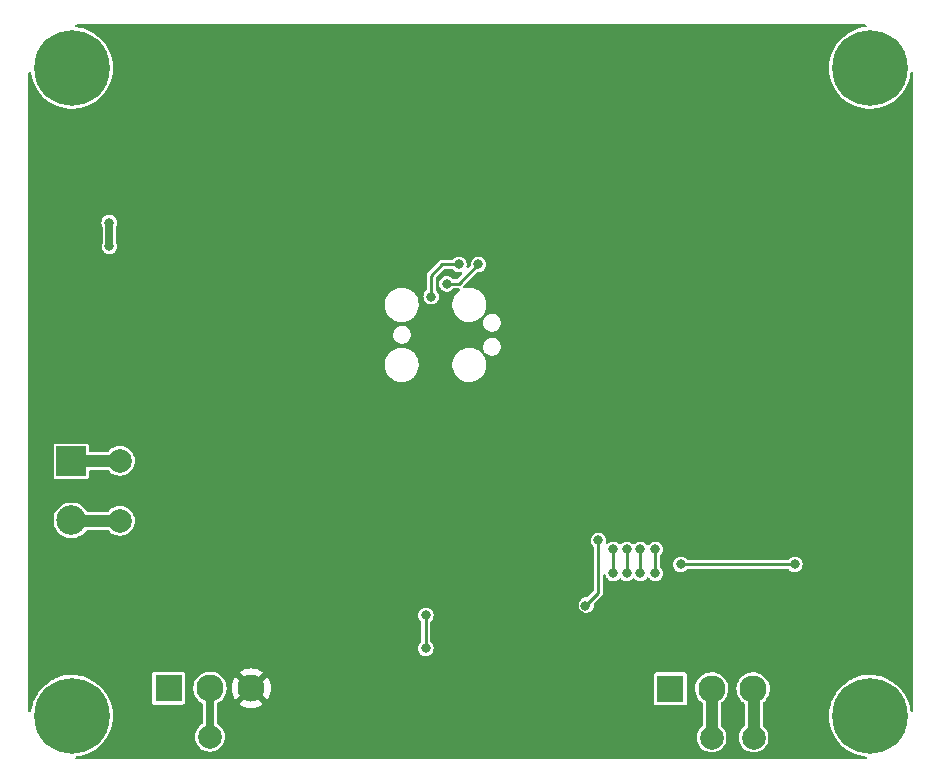
<source format=gbl>
G04 #@! TF.GenerationSoftware,KiCad,Pcbnew,6.0.10-86aedd382b~118~ubuntu18.04.1*
G04 #@! TF.CreationDate,2024-08-26T13:48:25-06:00*
G04 #@! TF.ProjectId,ckt-xing-basic,636b742d-7869-46e6-972d-62617369632e,rev?*
G04 #@! TF.SameCoordinates,Original*
G04 #@! TF.FileFunction,Copper,L2,Bot*
G04 #@! TF.FilePolarity,Positive*
%FSLAX46Y46*%
G04 Gerber Fmt 4.6, Leading zero omitted, Abs format (unit mm)*
G04 Created by KiCad (PCBNEW 6.0.10-86aedd382b~118~ubuntu18.04.1) date 2024-08-26 13:48:25*
%MOMM*%
%LPD*%
G01*
G04 APERTURE LIST*
G04 #@! TA.AperFunction,ComponentPad*
%ADD10C,6.400000*%
G04 #@! TD*
G04 #@! TA.AperFunction,ComponentPad*
%ADD11R,2.500000X2.500000*%
G04 #@! TD*
G04 #@! TA.AperFunction,ComponentPad*
%ADD12C,2.500000*%
G04 #@! TD*
G04 #@! TA.AperFunction,ComponentPad*
%ADD13R,2.300000X2.300000*%
G04 #@! TD*
G04 #@! TA.AperFunction,ComponentPad*
%ADD14C,2.300000*%
G04 #@! TD*
G04 #@! TA.AperFunction,SMDPad,CuDef*
%ADD15C,2.000000*%
G04 #@! TD*
G04 #@! TA.AperFunction,ViaPad*
%ADD16C,0.800000*%
G04 #@! TD*
G04 #@! TA.AperFunction,Conductor*
%ADD17C,0.254000*%
G04 #@! TD*
G04 #@! TA.AperFunction,Conductor*
%ADD18C,0.635000*%
G04 #@! TD*
G04 #@! TA.AperFunction,Conductor*
%ADD19C,1.016000*%
G04 #@! TD*
G04 #@! TA.AperFunction,Conductor*
%ADD20C,0.250000*%
G04 #@! TD*
G04 APERTURE END LIST*
D10*
X29718000Y-23368000D03*
D11*
X29672000Y-56682000D03*
D12*
X29672000Y-61682000D03*
D10*
X29718000Y-78232000D03*
X97282000Y-78232000D03*
D13*
X80391000Y-75946000D03*
D14*
X83891000Y-75946000D03*
X87391000Y-75946000D03*
D13*
X37902000Y-75888000D03*
D14*
X41402000Y-75888000D03*
X44902000Y-75888000D03*
D10*
X97282000Y-23368000D03*
D15*
X33782000Y-61722000D03*
X83876000Y-80068000D03*
X33782000Y-56642000D03*
X87432000Y-80068000D03*
X41402000Y-80010000D03*
D16*
X48768000Y-56007000D03*
X62611000Y-58420000D03*
X64389000Y-80645000D03*
X48768000Y-57404000D03*
X38227000Y-61468000D03*
X45085000Y-52832000D03*
X47625000Y-51816000D03*
X49276000Y-59944000D03*
X61087000Y-25019000D03*
X71120000Y-63500000D03*
X58293000Y-59690000D03*
X40513000Y-28194000D03*
X59436000Y-59690000D03*
X51340000Y-76740000D03*
X44958000Y-56007000D03*
X53975000Y-80645000D03*
X50419000Y-45847000D03*
X45085000Y-49530000D03*
X44958000Y-57404000D03*
X63754000Y-58420000D03*
X27305000Y-37973000D03*
X47117000Y-49530000D03*
X47625000Y-50673000D03*
X44069000Y-49530000D03*
X81280000Y-63675500D03*
X38227000Y-54610000D03*
X93472000Y-52959000D03*
X50419000Y-59944000D03*
X86807000Y-62532500D03*
X37973000Y-40513000D03*
X36957000Y-40513000D03*
X40259000Y-33782000D03*
X44069000Y-52832000D03*
X40513000Y-30099000D03*
X60325000Y-76708000D03*
X59944000Y-25019000D03*
X75311000Y-25019000D03*
X35941000Y-40513000D03*
X67310000Y-58420000D03*
X47117000Y-52832000D03*
X76708000Y-51943000D03*
X46101000Y-52832000D03*
X46101000Y-49530000D03*
X38227000Y-56007000D03*
X66421000Y-25019000D03*
X74168000Y-25019000D03*
X38988500Y-62865500D03*
X50038000Y-76708000D03*
X68961000Y-25019000D03*
X49022000Y-45847000D03*
X75565000Y-51943000D03*
X66167000Y-45974000D03*
X47625000Y-45847000D03*
X46355000Y-45847000D03*
X81280000Y-62532500D03*
X40259000Y-34925000D03*
X86807000Y-63675500D03*
X61690000Y-76740000D03*
X74295000Y-63373000D03*
X59690000Y-69723000D03*
X59690000Y-72517000D03*
X73152000Y-68961000D03*
X62484000Y-40005000D03*
X60138026Y-42731974D03*
X61468000Y-41656000D03*
X64135000Y-40005000D03*
X75565000Y-64135000D03*
X75559286Y-66167000D03*
X32869000Y-36473000D03*
X32893000Y-38481000D03*
X81280000Y-65405000D03*
X90932000Y-65405000D03*
X76708000Y-66167000D03*
X76708000Y-64135000D03*
X77851000Y-64135000D03*
X77851000Y-66167000D03*
X79121000Y-66167000D03*
X79121000Y-64135000D03*
D17*
X73152000Y-68961000D02*
X74295000Y-67818000D01*
D18*
X41402000Y-79375000D02*
X41402000Y-75888000D01*
D17*
X74295000Y-67818000D02*
X74295000Y-63373000D01*
X59690000Y-69723000D02*
X59690000Y-72517000D01*
D19*
X33147000Y-56642000D02*
X29712000Y-56642000D01*
X29712000Y-56642000D02*
X29672000Y-56682000D01*
D20*
X61087000Y-40005000D02*
X60138026Y-40953974D01*
D17*
X60138026Y-42731974D02*
X60138026Y-40953974D01*
D20*
X62484000Y-40005000D02*
X61087000Y-40005000D01*
D17*
X62484000Y-41656000D02*
X64135000Y-40005000D01*
X61468000Y-41656000D02*
X62484000Y-41656000D01*
D19*
X33147000Y-61722000D02*
X29712000Y-61722000D01*
X29712000Y-61722000D02*
X29672000Y-61682000D01*
D17*
X75559286Y-66167000D02*
X75565000Y-66161286D01*
X75565000Y-66161286D02*
X75565000Y-64135000D01*
D18*
X32885000Y-36489000D02*
X32869000Y-36473000D01*
X32893000Y-38481000D02*
X32885000Y-36489000D01*
D17*
X81280000Y-65405000D02*
X90932000Y-65405000D01*
X76708000Y-64135000D02*
X76708000Y-66167000D01*
X77851000Y-64135000D02*
X77851000Y-66167000D01*
X79121000Y-66167000D02*
X79121000Y-64135000D01*
D19*
X87432000Y-79433000D02*
X87432000Y-76002000D01*
X83876000Y-79433000D02*
X83876000Y-75946000D01*
G04 #@! TA.AperFunction,Conductor*
G36*
X96939334Y-19705002D02*
G01*
X96985827Y-19758658D01*
X96995931Y-19828932D01*
X96966437Y-19893512D01*
X96906711Y-19931896D01*
X96884602Y-19936287D01*
X96732263Y-19952567D01*
X96732257Y-19952568D01*
X96728879Y-19952929D01*
X96363289Y-20032641D01*
X96008446Y-20151369D01*
X95668501Y-20307727D01*
X95665567Y-20309483D01*
X95665565Y-20309484D01*
X95656110Y-20315143D01*
X95347431Y-20499883D01*
X95048991Y-20725591D01*
X95046509Y-20727930D01*
X95046503Y-20727935D01*
X95040702Y-20733402D01*
X94776674Y-20982210D01*
X94533664Y-21266738D01*
X94531736Y-21269565D01*
X94531734Y-21269567D01*
X94527111Y-21276345D01*
X94322804Y-21575847D01*
X94146561Y-21905921D01*
X94145288Y-21909089D01*
X94145287Y-21909090D01*
X94143368Y-21913865D01*
X94006997Y-22253098D01*
X93905744Y-22613317D01*
X93843986Y-22982365D01*
X93822447Y-23355924D01*
X93841378Y-23729624D01*
X93841915Y-23732979D01*
X93841916Y-23732985D01*
X93851808Y-23794743D01*
X93900557Y-24099094D01*
X93999293Y-24460011D01*
X94136430Y-24808154D01*
X94310365Y-25139450D01*
X94312262Y-25142274D01*
X94312265Y-25142278D01*
X94508014Y-25433585D01*
X94519061Y-25450024D01*
X94521256Y-25452630D01*
X94521260Y-25452636D01*
X94540961Y-25476031D01*
X94760079Y-25736241D01*
X95030598Y-25994755D01*
X95327455Y-26222541D01*
X95647176Y-26416935D01*
X95986021Y-26575661D01*
X95989239Y-26576763D01*
X95989242Y-26576764D01*
X96336803Y-26695761D01*
X96336811Y-26695763D01*
X96340026Y-26696864D01*
X96705051Y-26779126D01*
X96792200Y-26789056D01*
X97073442Y-26821100D01*
X97073450Y-26821100D01*
X97076825Y-26821485D01*
X97080229Y-26821503D01*
X97080232Y-26821503D01*
X97283556Y-26822567D01*
X97450999Y-26823444D01*
X97454385Y-26823094D01*
X97454387Y-26823094D01*
X97819805Y-26785332D01*
X97819814Y-26785331D01*
X97823197Y-26784981D01*
X97826530Y-26784267D01*
X97826533Y-26784266D01*
X98006820Y-26745616D01*
X98189063Y-26706546D01*
X98544318Y-26589056D01*
X98884807Y-26433887D01*
X98982707Y-26375758D01*
X99203601Y-26244601D01*
X99203606Y-26244598D01*
X99206546Y-26242852D01*
X99236354Y-26220472D01*
X99308828Y-26166056D01*
X99505771Y-26018187D01*
X99778983Y-25762521D01*
X100022985Y-25478842D01*
X100044737Y-25447192D01*
X100232992Y-25173280D01*
X100232997Y-25173273D01*
X100234922Y-25170471D01*
X100236534Y-25167477D01*
X100236539Y-25167469D01*
X100410694Y-24844027D01*
X100412316Y-24841015D01*
X100553091Y-24494327D01*
X100655601Y-24134463D01*
X100714801Y-23788134D01*
X100745995Y-23724357D01*
X100806718Y-23687570D01*
X100877689Y-23689451D01*
X100936377Y-23729404D01*
X100964149Y-23794743D01*
X100965000Y-23809364D01*
X100965000Y-77797195D01*
X100944998Y-77865316D01*
X100891342Y-77911809D01*
X100821068Y-77921913D01*
X100756488Y-77892419D01*
X100718104Y-77832693D01*
X100714656Y-77817557D01*
X100704912Y-77758055D01*
X100660870Y-77489107D01*
X100560875Y-77128537D01*
X100559519Y-77125128D01*
X100423783Y-76784039D01*
X100423779Y-76784031D01*
X100422523Y-76780874D01*
X100247434Y-76450188D01*
X100245534Y-76447382D01*
X100245530Y-76447375D01*
X100064972Y-76180694D01*
X100037654Y-76140345D01*
X99795639Y-75854970D01*
X99524219Y-75597402D01*
X99521512Y-75595340D01*
X99521504Y-75595333D01*
X99229281Y-75372720D01*
X99226569Y-75370654D01*
X99019292Y-75245616D01*
X98909100Y-75179143D01*
X98909096Y-75179141D01*
X98906172Y-75177377D01*
X98903082Y-75175943D01*
X98903077Y-75175940D01*
X98569871Y-75021272D01*
X98569869Y-75021271D01*
X98566775Y-75019835D01*
X98563540Y-75018740D01*
X98563535Y-75018738D01*
X98215583Y-74900963D01*
X98212348Y-74899868D01*
X97847038Y-74818881D01*
X97714294Y-74804226D01*
X97478500Y-74778193D01*
X97478495Y-74778193D01*
X97475119Y-74777820D01*
X97471720Y-74777814D01*
X97471719Y-74777814D01*
X97294987Y-74777506D01*
X97100940Y-74777167D01*
X96962079Y-74792007D01*
X96732263Y-74816567D01*
X96732257Y-74816568D01*
X96728879Y-74816929D01*
X96363289Y-74896641D01*
X96008446Y-75015369D01*
X96005353Y-75016791D01*
X96005352Y-75016792D01*
X95971301Y-75032454D01*
X95668501Y-75171727D01*
X95665567Y-75173483D01*
X95665565Y-75173484D01*
X95591719Y-75217680D01*
X95347431Y-75363883D01*
X95048991Y-75589591D01*
X95046509Y-75591930D01*
X95046503Y-75591935D01*
X94920364Y-75710803D01*
X94776674Y-75846210D01*
X94774462Y-75848800D01*
X94774461Y-75848801D01*
X94535888Y-76128134D01*
X94533664Y-76130738D01*
X94531736Y-76133565D01*
X94531734Y-76133567D01*
X94368931Y-76372228D01*
X94322804Y-76439847D01*
X94321197Y-76442857D01*
X94321195Y-76442860D01*
X94216749Y-76638470D01*
X94146561Y-76769921D01*
X94145288Y-76773089D01*
X94145287Y-76773090D01*
X94013543Y-77100815D01*
X94006997Y-77117098D01*
X93959415Y-77286377D01*
X93907553Y-77470883D01*
X93905744Y-77477317D01*
X93843986Y-77846365D01*
X93822447Y-78219924D01*
X93841378Y-78593624D01*
X93841915Y-78596979D01*
X93841916Y-78596985D01*
X93851808Y-78658743D01*
X93900557Y-78963094D01*
X93999293Y-79324011D01*
X94136430Y-79672154D01*
X94310365Y-80003450D01*
X94312262Y-80006274D01*
X94312265Y-80006278D01*
X94458028Y-80223197D01*
X94519061Y-80314024D01*
X94521256Y-80316630D01*
X94521260Y-80316636D01*
X94540961Y-80340031D01*
X94760079Y-80600241D01*
X95030598Y-80858755D01*
X95327455Y-81086541D01*
X95647176Y-81280935D01*
X95986021Y-81439661D01*
X95989239Y-81440763D01*
X95989242Y-81440764D01*
X96336803Y-81559761D01*
X96336811Y-81559763D01*
X96340026Y-81560864D01*
X96705051Y-81643126D01*
X96869556Y-81661869D01*
X96886589Y-81663810D01*
X96952007Y-81691395D01*
X96992127Y-81749969D01*
X96994211Y-81820935D01*
X96957596Y-81881762D01*
X96893909Y-81913138D01*
X96872325Y-81915000D01*
X30130036Y-81915000D01*
X30061915Y-81894998D01*
X30015422Y-81841342D01*
X30005318Y-81771068D01*
X30034812Y-81706488D01*
X30094538Y-81668104D01*
X30117084Y-81663667D01*
X30255805Y-81649332D01*
X30255814Y-81649331D01*
X30259197Y-81648981D01*
X30262530Y-81648267D01*
X30262533Y-81648266D01*
X30442820Y-81609616D01*
X30625063Y-81570546D01*
X30980318Y-81453056D01*
X31320807Y-81297887D01*
X31418707Y-81239758D01*
X31639601Y-81108601D01*
X31639606Y-81108598D01*
X31642546Y-81106852D01*
X31672354Y-81084472D01*
X31823780Y-80970777D01*
X31941771Y-80882187D01*
X32214983Y-80626521D01*
X32458985Y-80342842D01*
X32533801Y-80233984D01*
X32668992Y-80037280D01*
X32668997Y-80037273D01*
X32670922Y-80034471D01*
X32672534Y-80031477D01*
X32672539Y-80031469D01*
X32846694Y-79708027D01*
X32848316Y-79705015D01*
X32940782Y-79477299D01*
X32987811Y-79361480D01*
X32987813Y-79361475D01*
X32989091Y-79358327D01*
X33091601Y-78998463D01*
X33105112Y-78919421D01*
X33154075Y-78632981D01*
X33154075Y-78632979D01*
X33154647Y-78629634D01*
X33156729Y-78595602D01*
X33177380Y-78257948D01*
X33177490Y-78256152D01*
X33177574Y-78232000D01*
X33157339Y-77858368D01*
X33096870Y-77489107D01*
X32996875Y-77128537D01*
X32995519Y-77125128D01*
X32859783Y-76784039D01*
X32859779Y-76784031D01*
X32858523Y-76780874D01*
X32683434Y-76450188D01*
X32681534Y-76447382D01*
X32681530Y-76447375D01*
X32500972Y-76180694D01*
X32473654Y-76140345D01*
X32231639Y-75854970D01*
X31960219Y-75597402D01*
X31957512Y-75595340D01*
X31957504Y-75595333D01*
X31665281Y-75372720D01*
X31662569Y-75370654D01*
X31455292Y-75245616D01*
X31345100Y-75179143D01*
X31345096Y-75179141D01*
X31342172Y-75177377D01*
X31339082Y-75175943D01*
X31339077Y-75175940D01*
X31005871Y-75021272D01*
X31005869Y-75021271D01*
X31002775Y-75019835D01*
X30999540Y-75018740D01*
X30999535Y-75018738D01*
X30651583Y-74900963D01*
X30648348Y-74899868D01*
X30283038Y-74818881D01*
X30150294Y-74804226D01*
X29914500Y-74778193D01*
X29914495Y-74778193D01*
X29911119Y-74777820D01*
X29907720Y-74777814D01*
X29907719Y-74777814D01*
X29730987Y-74777506D01*
X29536940Y-74777167D01*
X29398079Y-74792007D01*
X29168263Y-74816567D01*
X29168257Y-74816568D01*
X29164879Y-74816929D01*
X28799289Y-74896641D01*
X28444446Y-75015369D01*
X28441353Y-75016791D01*
X28441352Y-75016792D01*
X28407301Y-75032454D01*
X28104501Y-75171727D01*
X28101567Y-75173483D01*
X28101565Y-75173484D01*
X28027719Y-75217680D01*
X27783431Y-75363883D01*
X27484991Y-75589591D01*
X27482509Y-75591930D01*
X27482503Y-75591935D01*
X27356364Y-75710803D01*
X27212674Y-75846210D01*
X27210462Y-75848800D01*
X27210461Y-75848801D01*
X26971888Y-76128134D01*
X26969664Y-76130738D01*
X26967736Y-76133565D01*
X26967734Y-76133567D01*
X26804931Y-76372228D01*
X26758804Y-76439847D01*
X26757197Y-76442857D01*
X26757195Y-76442860D01*
X26652749Y-76638470D01*
X26582561Y-76769921D01*
X26581288Y-76773089D01*
X26581287Y-76773090D01*
X26449543Y-77100815D01*
X26442997Y-77117098D01*
X26395415Y-77286377D01*
X26343553Y-77470883D01*
X26341744Y-77477317D01*
X26341182Y-77480674D01*
X26341182Y-77480675D01*
X26285272Y-77814777D01*
X26254301Y-77878662D01*
X26193708Y-77915662D01*
X26122730Y-77914028D01*
X26063902Y-77874281D01*
X26035903Y-77809039D01*
X26035000Y-77793981D01*
X26035000Y-74712933D01*
X36497500Y-74712933D01*
X36497501Y-77063066D01*
X36502513Y-77088266D01*
X36508248Y-77117098D01*
X36512266Y-77137301D01*
X36519161Y-77147620D01*
X36519162Y-77147622D01*
X36529464Y-77163040D01*
X36568516Y-77221484D01*
X36652699Y-77277734D01*
X36726933Y-77292500D01*
X37901810Y-77292500D01*
X39077066Y-77292499D01*
X39112818Y-77285388D01*
X39139126Y-77280156D01*
X39139128Y-77280155D01*
X39151301Y-77277734D01*
X39161621Y-77270839D01*
X39161622Y-77270838D01*
X39225168Y-77228377D01*
X39235484Y-77221484D01*
X39291734Y-77137301D01*
X39306500Y-77063067D01*
X39306499Y-75853567D01*
X39993107Y-75853567D01*
X39993404Y-75858720D01*
X39993404Y-75858723D01*
X39999253Y-75960167D01*
X40006401Y-76084139D01*
X40007538Y-76089185D01*
X40007539Y-76089191D01*
X40021916Y-76152983D01*
X40057176Y-76309442D01*
X40144066Y-76523428D01*
X40264740Y-76720349D01*
X40415955Y-76894916D01*
X40593651Y-77042442D01*
X40598103Y-77045044D01*
X40598108Y-77045047D01*
X40767571Y-77144073D01*
X40816294Y-77195712D01*
X40830000Y-77252861D01*
X40830000Y-78813946D01*
X40809998Y-78882067D01*
X40771742Y-78918547D01*
X40772354Y-78919421D01*
X40597054Y-79042167D01*
X40597051Y-79042169D01*
X40592543Y-79045326D01*
X40437326Y-79200543D01*
X40434169Y-79205051D01*
X40434167Y-79205054D01*
X40314578Y-79375845D01*
X40311421Y-79380354D01*
X40309098Y-79385336D01*
X40309095Y-79385341D01*
X40286478Y-79433845D01*
X40218653Y-79579297D01*
X40161839Y-79791326D01*
X40142708Y-80010000D01*
X40161839Y-80228674D01*
X40218653Y-80440703D01*
X40220978Y-80445688D01*
X40309095Y-80634659D01*
X40309098Y-80634664D01*
X40311421Y-80639646D01*
X40437326Y-80819457D01*
X40592543Y-80974674D01*
X40597051Y-80977831D01*
X40597054Y-80977833D01*
X40754826Y-81088306D01*
X40772354Y-81100579D01*
X40777336Y-81102902D01*
X40777341Y-81102905D01*
X40878116Y-81149896D01*
X40971297Y-81193347D01*
X41183326Y-81250161D01*
X41402000Y-81269292D01*
X41620674Y-81250161D01*
X41832703Y-81193347D01*
X41925884Y-81149896D01*
X42026659Y-81102905D01*
X42026664Y-81102902D01*
X42031646Y-81100579D01*
X42049174Y-81088306D01*
X42206946Y-80977833D01*
X42206949Y-80977831D01*
X42211457Y-80974674D01*
X42366674Y-80819457D01*
X42492579Y-80639646D01*
X42494902Y-80634664D01*
X42494905Y-80634659D01*
X42583022Y-80445688D01*
X42585347Y-80440703D01*
X42642161Y-80228674D01*
X42661292Y-80010000D01*
X42642161Y-79791326D01*
X42585347Y-79579297D01*
X42517522Y-79433845D01*
X42494905Y-79385341D01*
X42494902Y-79385336D01*
X42492579Y-79380354D01*
X42489422Y-79375845D01*
X42369833Y-79205054D01*
X42369831Y-79205051D01*
X42366674Y-79200543D01*
X42211457Y-79045326D01*
X42206949Y-79042169D01*
X42206946Y-79042167D01*
X42031646Y-78919421D01*
X42032440Y-78918287D01*
X41988001Y-78871671D01*
X41974000Y-78813946D01*
X41974000Y-77250427D01*
X41979938Y-77230204D01*
X43925151Y-77230204D01*
X43929720Y-77236735D01*
X44142736Y-77367271D01*
X44151530Y-77371752D01*
X44383492Y-77467834D01*
X44392877Y-77470883D01*
X44637017Y-77529496D01*
X44646764Y-77531039D01*
X44897070Y-77550739D01*
X44906930Y-77550739D01*
X45157236Y-77531039D01*
X45166983Y-77529496D01*
X45411123Y-77470883D01*
X45420508Y-77467834D01*
X45652470Y-77371752D01*
X45661264Y-77367271D01*
X45872875Y-77237596D01*
X45878922Y-77228330D01*
X45872915Y-77218125D01*
X44914812Y-76260022D01*
X44900868Y-76252408D01*
X44899035Y-76252539D01*
X44892420Y-76256790D01*
X43932544Y-77216666D01*
X43925151Y-77230204D01*
X41979938Y-77230204D01*
X41994002Y-77182306D01*
X42044566Y-77137277D01*
X42123629Y-77098544D01*
X42127832Y-77095546D01*
X42127837Y-77095543D01*
X42307449Y-76967427D01*
X42307451Y-76967425D01*
X42311653Y-76964428D01*
X42475247Y-76801404D01*
X42489006Y-76782257D01*
X42607000Y-76618050D01*
X42610018Y-76613850D01*
X42623866Y-76585832D01*
X42681388Y-76469444D01*
X42712347Y-76406803D01*
X42727397Y-76357267D01*
X42777982Y-76190775D01*
X42777983Y-76190769D01*
X42779486Y-76185823D01*
X42809631Y-75956845D01*
X42810738Y-75911567D01*
X42811194Y-75892930D01*
X43239261Y-75892930D01*
X43258961Y-76143236D01*
X43260504Y-76152983D01*
X43319117Y-76397123D01*
X43322166Y-76406508D01*
X43418248Y-76638470D01*
X43422729Y-76647264D01*
X43552404Y-76858875D01*
X43561670Y-76864922D01*
X43571875Y-76858915D01*
X44529978Y-75900812D01*
X44536356Y-75889132D01*
X45266408Y-75889132D01*
X45266539Y-75890965D01*
X45270790Y-75897580D01*
X46230666Y-76857456D01*
X46244204Y-76864849D01*
X46250735Y-76860280D01*
X46381271Y-76647264D01*
X46385752Y-76638470D01*
X46481834Y-76406508D01*
X46484883Y-76397123D01*
X46543496Y-76152983D01*
X46545039Y-76143236D01*
X46564739Y-75892930D01*
X46564739Y-75883070D01*
X46545039Y-75632764D01*
X46543496Y-75623017D01*
X46484883Y-75378877D01*
X46481834Y-75369492D01*
X46385752Y-75137530D01*
X46381271Y-75128736D01*
X46251596Y-74917125D01*
X46242330Y-74911078D01*
X46232125Y-74917085D01*
X45274022Y-75875188D01*
X45266408Y-75889132D01*
X44536356Y-75889132D01*
X44537592Y-75886868D01*
X44537461Y-75885035D01*
X44533210Y-75878420D01*
X43573334Y-74918544D01*
X43559796Y-74911151D01*
X43553265Y-74915720D01*
X43422729Y-75128736D01*
X43418248Y-75137530D01*
X43322166Y-75369492D01*
X43319117Y-75378877D01*
X43260504Y-75623017D01*
X43258961Y-75632764D01*
X43239261Y-75883070D01*
X43239261Y-75892930D01*
X42811194Y-75892930D01*
X42811232Y-75891364D01*
X42811232Y-75891360D01*
X42811314Y-75888000D01*
X42792390Y-75657822D01*
X42736126Y-75433826D01*
X42644033Y-75222028D01*
X42583680Y-75128736D01*
X42521393Y-75032454D01*
X42521391Y-75032451D01*
X42518585Y-75028114D01*
X42363150Y-74857293D01*
X42262150Y-74777528D01*
X42185956Y-74717353D01*
X42185951Y-74717350D01*
X42181902Y-74714152D01*
X42177386Y-74711659D01*
X42177383Y-74711657D01*
X41984234Y-74605033D01*
X41984230Y-74605031D01*
X41979710Y-74602536D01*
X41974841Y-74600812D01*
X41974837Y-74600810D01*
X41824774Y-74547670D01*
X43925078Y-74547670D01*
X43931085Y-74557875D01*
X44889188Y-75515978D01*
X44903132Y-75523592D01*
X44904965Y-75523461D01*
X44911580Y-75519210D01*
X45659857Y-74770933D01*
X78986500Y-74770933D01*
X78986501Y-77121066D01*
X79001266Y-77195301D01*
X79008161Y-77205620D01*
X79008162Y-77205622D01*
X79029527Y-77237596D01*
X79057516Y-77279484D01*
X79141699Y-77335734D01*
X79215933Y-77350500D01*
X80390810Y-77350500D01*
X81566066Y-77350499D01*
X81601818Y-77343388D01*
X81628126Y-77338156D01*
X81628128Y-77338155D01*
X81640301Y-77335734D01*
X81650621Y-77328839D01*
X81650622Y-77328838D01*
X81714168Y-77286377D01*
X81724484Y-77279484D01*
X81780734Y-77195301D01*
X81795500Y-77121067D01*
X81795499Y-75911567D01*
X82482107Y-75911567D01*
X82482404Y-75916720D01*
X82482404Y-75916723D01*
X82494744Y-76130738D01*
X82495401Y-76142139D01*
X82496538Y-76147185D01*
X82496539Y-76147191D01*
X82517161Y-76238694D01*
X82546176Y-76367442D01*
X82633066Y-76581428D01*
X82753740Y-76778349D01*
X82904955Y-76952916D01*
X83037633Y-77063067D01*
X83067985Y-77088266D01*
X83107620Y-77147169D01*
X83113500Y-77185210D01*
X83113500Y-79005796D01*
X83093498Y-79073917D01*
X83069309Y-79101389D01*
X83066543Y-79103326D01*
X82911326Y-79258543D01*
X82908169Y-79263051D01*
X82908167Y-79263054D01*
X82829190Y-79375845D01*
X82785421Y-79438354D01*
X82783098Y-79443336D01*
X82783095Y-79443341D01*
X82736104Y-79544116D01*
X82692653Y-79637297D01*
X82635839Y-79849326D01*
X82616708Y-80068000D01*
X82635839Y-80286674D01*
X82692653Y-80498703D01*
X82694978Y-80503688D01*
X82783095Y-80692659D01*
X82783098Y-80692664D01*
X82785421Y-80697646D01*
X82788577Y-80702153D01*
X82788578Y-80702155D01*
X82899681Y-80860826D01*
X82911326Y-80877457D01*
X83066543Y-81032674D01*
X83071051Y-81035831D01*
X83071054Y-81035833D01*
X83172480Y-81106852D01*
X83246354Y-81158579D01*
X83251336Y-81160902D01*
X83251341Y-81160905D01*
X83323966Y-81194770D01*
X83445297Y-81251347D01*
X83657326Y-81308161D01*
X83876000Y-81327292D01*
X84094674Y-81308161D01*
X84306703Y-81251347D01*
X84428034Y-81194770D01*
X84500659Y-81160905D01*
X84500664Y-81160902D01*
X84505646Y-81158579D01*
X84579520Y-81106852D01*
X84680946Y-81035833D01*
X84680949Y-81035831D01*
X84685457Y-81032674D01*
X84840674Y-80877457D01*
X84852320Y-80860826D01*
X84963422Y-80702155D01*
X84963423Y-80702153D01*
X84966579Y-80697646D01*
X84968902Y-80692664D01*
X84968905Y-80692659D01*
X85057022Y-80503688D01*
X85059347Y-80498703D01*
X85116161Y-80286674D01*
X85135292Y-80068000D01*
X85116161Y-79849326D01*
X85059347Y-79637297D01*
X85015896Y-79544116D01*
X84968905Y-79443341D01*
X84968902Y-79443336D01*
X84966579Y-79438354D01*
X84922810Y-79375845D01*
X84843833Y-79263054D01*
X84843831Y-79263051D01*
X84840674Y-79258543D01*
X84685457Y-79103326D01*
X84683064Y-79101651D01*
X84644182Y-79043205D01*
X84638500Y-79005796D01*
X84638500Y-77202984D01*
X84658502Y-77134863D01*
X84691331Y-77100407D01*
X84800653Y-77022428D01*
X84964247Y-76859404D01*
X85020677Y-76780874D01*
X85096000Y-76676050D01*
X85099018Y-76671850D01*
X85115516Y-76638470D01*
X85172373Y-76523428D01*
X85201347Y-76464803D01*
X85221910Y-76397123D01*
X85266982Y-76248775D01*
X85266983Y-76248769D01*
X85268486Y-76243823D01*
X85283374Y-76130738D01*
X85298194Y-76018167D01*
X85298194Y-76018161D01*
X85298631Y-76014845D01*
X85300314Y-75946000D01*
X85297483Y-75911567D01*
X85982107Y-75911567D01*
X85982404Y-75916720D01*
X85982404Y-75916723D01*
X85994744Y-76130738D01*
X85995401Y-76142139D01*
X85996538Y-76147185D01*
X85996539Y-76147191D01*
X86017161Y-76238694D01*
X86046176Y-76367442D01*
X86133066Y-76581428D01*
X86253740Y-76778349D01*
X86404955Y-76952916D01*
X86488683Y-77022428D01*
X86575999Y-77094919D01*
X86582651Y-77100442D01*
X86587104Y-77103044D01*
X86587108Y-77103047D01*
X86607071Y-77114712D01*
X86655794Y-77166351D01*
X86669500Y-77223500D01*
X86669500Y-79005796D01*
X86649498Y-79073917D01*
X86625309Y-79101389D01*
X86622543Y-79103326D01*
X86467326Y-79258543D01*
X86464169Y-79263051D01*
X86464167Y-79263054D01*
X86385190Y-79375845D01*
X86341421Y-79438354D01*
X86339098Y-79443336D01*
X86339095Y-79443341D01*
X86292104Y-79544116D01*
X86248653Y-79637297D01*
X86191839Y-79849326D01*
X86172708Y-80068000D01*
X86191839Y-80286674D01*
X86248653Y-80498703D01*
X86250978Y-80503688D01*
X86339095Y-80692659D01*
X86339098Y-80692664D01*
X86341421Y-80697646D01*
X86344577Y-80702153D01*
X86344578Y-80702155D01*
X86455681Y-80860826D01*
X86467326Y-80877457D01*
X86622543Y-81032674D01*
X86627051Y-81035831D01*
X86627054Y-81035833D01*
X86728480Y-81106852D01*
X86802354Y-81158579D01*
X86807336Y-81160902D01*
X86807341Y-81160905D01*
X86879966Y-81194770D01*
X87001297Y-81251347D01*
X87213326Y-81308161D01*
X87432000Y-81327292D01*
X87650674Y-81308161D01*
X87862703Y-81251347D01*
X87984034Y-81194770D01*
X88056659Y-81160905D01*
X88056664Y-81160902D01*
X88061646Y-81158579D01*
X88135520Y-81106852D01*
X88236946Y-81035833D01*
X88236949Y-81035831D01*
X88241457Y-81032674D01*
X88396674Y-80877457D01*
X88408320Y-80860826D01*
X88519422Y-80702155D01*
X88519423Y-80702153D01*
X88522579Y-80697646D01*
X88524902Y-80692664D01*
X88524905Y-80692659D01*
X88613022Y-80503688D01*
X88615347Y-80498703D01*
X88672161Y-80286674D01*
X88691292Y-80068000D01*
X88672161Y-79849326D01*
X88615347Y-79637297D01*
X88571896Y-79544116D01*
X88524905Y-79443341D01*
X88524902Y-79443336D01*
X88522579Y-79438354D01*
X88478810Y-79375845D01*
X88399833Y-79263054D01*
X88399831Y-79263051D01*
X88396674Y-79258543D01*
X88241457Y-79103326D01*
X88239064Y-79101651D01*
X88200182Y-79043205D01*
X88194500Y-79005796D01*
X88194500Y-77163040D01*
X88214502Y-77094919D01*
X88247331Y-77060462D01*
X88300653Y-77022428D01*
X88464247Y-76859404D01*
X88520677Y-76780874D01*
X88596000Y-76676050D01*
X88599018Y-76671850D01*
X88615516Y-76638470D01*
X88672373Y-76523428D01*
X88701347Y-76464803D01*
X88721910Y-76397123D01*
X88766982Y-76248775D01*
X88766983Y-76248769D01*
X88768486Y-76243823D01*
X88783374Y-76130738D01*
X88798194Y-76018167D01*
X88798194Y-76018161D01*
X88798631Y-76014845D01*
X88800314Y-75946000D01*
X88781390Y-75715822D01*
X88725126Y-75491826D01*
X88633033Y-75280028D01*
X88567768Y-75179143D01*
X88510393Y-75090454D01*
X88510391Y-75090451D01*
X88507585Y-75086114D01*
X88352150Y-74915293D01*
X88245433Y-74831013D01*
X88174956Y-74775353D01*
X88174951Y-74775350D01*
X88170902Y-74772152D01*
X88166386Y-74769659D01*
X88166383Y-74769657D01*
X87973234Y-74663033D01*
X87973230Y-74663031D01*
X87968710Y-74660536D01*
X87963841Y-74658812D01*
X87963837Y-74658810D01*
X87755878Y-74585168D01*
X87755874Y-74585167D01*
X87751003Y-74583442D01*
X87745913Y-74582535D01*
X87745908Y-74582534D01*
X87598435Y-74556266D01*
X87523628Y-74542941D01*
X87437124Y-74541884D01*
X87297861Y-74540182D01*
X87297859Y-74540182D01*
X87292691Y-74540119D01*
X87064394Y-74575053D01*
X86844869Y-74646805D01*
X86837053Y-74650874D01*
X86717837Y-74712934D01*
X86640010Y-74753448D01*
X86635877Y-74756551D01*
X86635874Y-74756553D01*
X86496615Y-74861112D01*
X86455319Y-74892118D01*
X86295757Y-75059090D01*
X86165609Y-75249881D01*
X86163435Y-75254565D01*
X86163433Y-75254568D01*
X86095292Y-75401366D01*
X86068369Y-75459366D01*
X86006649Y-75681921D01*
X85982107Y-75911567D01*
X85297483Y-75911567D01*
X85281390Y-75715822D01*
X85225126Y-75491826D01*
X85133033Y-75280028D01*
X85067768Y-75179143D01*
X85010393Y-75090454D01*
X85010391Y-75090451D01*
X85007585Y-75086114D01*
X84852150Y-74915293D01*
X84745433Y-74831013D01*
X84674956Y-74775353D01*
X84674951Y-74775350D01*
X84670902Y-74772152D01*
X84666386Y-74769659D01*
X84666383Y-74769657D01*
X84473234Y-74663033D01*
X84473230Y-74663031D01*
X84468710Y-74660536D01*
X84463841Y-74658812D01*
X84463837Y-74658810D01*
X84255878Y-74585168D01*
X84255874Y-74585167D01*
X84251003Y-74583442D01*
X84245913Y-74582535D01*
X84245908Y-74582534D01*
X84098435Y-74556266D01*
X84023628Y-74542941D01*
X83937124Y-74541884D01*
X83797861Y-74540182D01*
X83797859Y-74540182D01*
X83792691Y-74540119D01*
X83564394Y-74575053D01*
X83344869Y-74646805D01*
X83337053Y-74650874D01*
X83217837Y-74712934D01*
X83140010Y-74753448D01*
X83135877Y-74756551D01*
X83135874Y-74756553D01*
X82996615Y-74861112D01*
X82955319Y-74892118D01*
X82795757Y-75059090D01*
X82665609Y-75249881D01*
X82663435Y-75254565D01*
X82663433Y-75254568D01*
X82595292Y-75401366D01*
X82568369Y-75459366D01*
X82506649Y-75681921D01*
X82482107Y-75911567D01*
X81795499Y-75911567D01*
X81795499Y-74770934D01*
X81785194Y-74719123D01*
X81783156Y-74708874D01*
X81783155Y-74708872D01*
X81780734Y-74696699D01*
X81756571Y-74660536D01*
X81731377Y-74622832D01*
X81724484Y-74612516D01*
X81640301Y-74556266D01*
X81566067Y-74541500D01*
X80391190Y-74541500D01*
X79215934Y-74541501D01*
X79185154Y-74547623D01*
X79153874Y-74553844D01*
X79153872Y-74553845D01*
X79141699Y-74556266D01*
X79131379Y-74563161D01*
X79131378Y-74563162D01*
X79089425Y-74591195D01*
X79057516Y-74612516D01*
X79001266Y-74696699D01*
X78986500Y-74770933D01*
X45659857Y-74770933D01*
X45871456Y-74559334D01*
X45878849Y-74545796D01*
X45874280Y-74539265D01*
X45661264Y-74408729D01*
X45652470Y-74404248D01*
X45420508Y-74308166D01*
X45411123Y-74305117D01*
X45166983Y-74246504D01*
X45157236Y-74244961D01*
X44906930Y-74225261D01*
X44897070Y-74225261D01*
X44646764Y-74244961D01*
X44637017Y-74246504D01*
X44392877Y-74305117D01*
X44383492Y-74308166D01*
X44151530Y-74404248D01*
X44142736Y-74408729D01*
X43931125Y-74538404D01*
X43925078Y-74547670D01*
X41824774Y-74547670D01*
X41766878Y-74527168D01*
X41766874Y-74527167D01*
X41762003Y-74525442D01*
X41756913Y-74524535D01*
X41756908Y-74524534D01*
X41609435Y-74498266D01*
X41534628Y-74484941D01*
X41448124Y-74483884D01*
X41308861Y-74482182D01*
X41308859Y-74482182D01*
X41303691Y-74482119D01*
X41075394Y-74517053D01*
X40855869Y-74588805D01*
X40851277Y-74591195D01*
X40851278Y-74591195D01*
X40713279Y-74663033D01*
X40651010Y-74695448D01*
X40646877Y-74698551D01*
X40646874Y-74698553D01*
X40470454Y-74831013D01*
X40466319Y-74834118D01*
X40306757Y-75001090D01*
X40176609Y-75191881D01*
X40174435Y-75196565D01*
X40174433Y-75196568D01*
X40094444Y-75368890D01*
X40079369Y-75401366D01*
X40017649Y-75623921D01*
X39993107Y-75853567D01*
X39306499Y-75853567D01*
X39306499Y-74712934D01*
X39296574Y-74663033D01*
X39294156Y-74650874D01*
X39294155Y-74650872D01*
X39291734Y-74638699D01*
X39267571Y-74602536D01*
X39242377Y-74564832D01*
X39235484Y-74554516D01*
X39151301Y-74498266D01*
X39077067Y-74483500D01*
X37902190Y-74483500D01*
X36726934Y-74483501D01*
X36691182Y-74490612D01*
X36664874Y-74495844D01*
X36664872Y-74495845D01*
X36652699Y-74498266D01*
X36642379Y-74505161D01*
X36642378Y-74505162D01*
X36587996Y-74541500D01*
X36568516Y-74554516D01*
X36512266Y-74638699D01*
X36497500Y-74712933D01*
X26035000Y-74712933D01*
X26035000Y-72510096D01*
X59030729Y-72510096D01*
X59048113Y-72667553D01*
X59102553Y-72816319D01*
X59190908Y-72947805D01*
X59196527Y-72952918D01*
X59196528Y-72952919D01*
X59207903Y-72963269D01*
X59308076Y-73054419D01*
X59447293Y-73130008D01*
X59600522Y-73170207D01*
X59684477Y-73171526D01*
X59751319Y-73172576D01*
X59751322Y-73172576D01*
X59758916Y-73172695D01*
X59913332Y-73137329D01*
X59983742Y-73101917D01*
X60048072Y-73069563D01*
X60048075Y-73069561D01*
X60054855Y-73066151D01*
X60060626Y-73061222D01*
X60060629Y-73061220D01*
X60169536Y-72968204D01*
X60169536Y-72968203D01*
X60175314Y-72963269D01*
X60267755Y-72834624D01*
X60326842Y-72687641D01*
X60349162Y-72530807D01*
X60349307Y-72517000D01*
X60330276Y-72359733D01*
X60274280Y-72211546D01*
X60184553Y-72080992D01*
X60113681Y-72017847D01*
X60076126Y-71957598D01*
X60071500Y-71923771D01*
X60071500Y-70316022D01*
X60091502Y-70247901D01*
X60115669Y-70220211D01*
X60169536Y-70174204D01*
X60175314Y-70169269D01*
X60267755Y-70040624D01*
X60326842Y-69893641D01*
X60349162Y-69736807D01*
X60349307Y-69723000D01*
X60330276Y-69565733D01*
X60274280Y-69417546D01*
X60184553Y-69286992D01*
X60066275Y-69181611D01*
X60058889Y-69177700D01*
X59932988Y-69111039D01*
X59932989Y-69111039D01*
X59926274Y-69107484D01*
X59772633Y-69068892D01*
X59765034Y-69068852D01*
X59765033Y-69068852D01*
X59699181Y-69068507D01*
X59614221Y-69068062D01*
X59606841Y-69069834D01*
X59606839Y-69069834D01*
X59467563Y-69103271D01*
X59467560Y-69103272D01*
X59460184Y-69105043D01*
X59319414Y-69177700D01*
X59200039Y-69281838D01*
X59108950Y-69411444D01*
X59106190Y-69418524D01*
X59079103Y-69487999D01*
X59051406Y-69559037D01*
X59030729Y-69716096D01*
X59048113Y-69873553D01*
X59102553Y-70022319D01*
X59190908Y-70153805D01*
X59196527Y-70158918D01*
X59196528Y-70158919D01*
X59267299Y-70223315D01*
X59304222Y-70283955D01*
X59308500Y-70316509D01*
X59308500Y-71923933D01*
X59288498Y-71992054D01*
X59265330Y-72018881D01*
X59200039Y-72075838D01*
X59108950Y-72205444D01*
X59051406Y-72353037D01*
X59030729Y-72510096D01*
X26035000Y-72510096D01*
X26035000Y-68827096D01*
X72619729Y-68827096D01*
X72637113Y-68984553D01*
X72639723Y-68991684D01*
X72639723Y-68991686D01*
X72683400Y-69111039D01*
X72691553Y-69133319D01*
X72779908Y-69264805D01*
X72785527Y-69269918D01*
X72785528Y-69269919D01*
X72793141Y-69276846D01*
X72897076Y-69371419D01*
X73036293Y-69447008D01*
X73189522Y-69487207D01*
X73273477Y-69488526D01*
X73340319Y-69489576D01*
X73340322Y-69489576D01*
X73347916Y-69489695D01*
X73502332Y-69454329D01*
X73587600Y-69411444D01*
X73637072Y-69386563D01*
X73637075Y-69386561D01*
X73643855Y-69383151D01*
X73649626Y-69378222D01*
X73649629Y-69378220D01*
X73758536Y-69285204D01*
X73758536Y-69285203D01*
X73764314Y-69280269D01*
X73856755Y-69151624D01*
X73915842Y-69004641D01*
X73938162Y-68847807D01*
X73938307Y-68834000D01*
X73932743Y-68788019D01*
X73944417Y-68717989D01*
X73968735Y-68683788D01*
X74526482Y-68126040D01*
X74545478Y-68110699D01*
X74546552Y-68109722D01*
X74555304Y-68104071D01*
X74576229Y-68077528D01*
X74580206Y-68073053D01*
X74580135Y-68072992D01*
X74583488Y-68069035D01*
X74587171Y-68065352D01*
X74598455Y-68049561D01*
X74602018Y-68044815D01*
X74627488Y-68012507D01*
X74627489Y-68012506D01*
X74633934Y-68004330D01*
X74636985Y-67995643D01*
X74642334Y-67988157D01*
X74657099Y-67938786D01*
X74658933Y-67933141D01*
X74676016Y-67884498D01*
X74676500Y-67878909D01*
X74676500Y-67876198D01*
X74676615Y-67873531D01*
X74676634Y-67873468D01*
X74676808Y-67873475D01*
X74676855Y-67872729D01*
X74678725Y-67866476D01*
X74676597Y-67812322D01*
X74676500Y-67807375D01*
X74676500Y-66370219D01*
X74696502Y-66302098D01*
X74750158Y-66255605D01*
X74820432Y-66245501D01*
X74885012Y-66274995D01*
X74920826Y-66326918D01*
X74925407Y-66339435D01*
X74971839Y-66466319D01*
X74976075Y-66472622D01*
X74976075Y-66472623D01*
X75050528Y-66583420D01*
X75060194Y-66597805D01*
X75065813Y-66602918D01*
X75065814Y-66602919D01*
X75082609Y-66618201D01*
X75177362Y-66704419D01*
X75316579Y-66780008D01*
X75469808Y-66820207D01*
X75553763Y-66821526D01*
X75620605Y-66822576D01*
X75620608Y-66822576D01*
X75628202Y-66822695D01*
X75782618Y-66787329D01*
X75853028Y-66751917D01*
X75917358Y-66719563D01*
X75917361Y-66719561D01*
X75924141Y-66716151D01*
X75929912Y-66711222D01*
X75929915Y-66711220D01*
X76038826Y-66618201D01*
X76038828Y-66618199D01*
X76044600Y-66613269D01*
X76044641Y-66613317D01*
X76102505Y-66578496D01*
X76173471Y-66580589D01*
X76219224Y-66607192D01*
X76231323Y-66618201D01*
X76326076Y-66704419D01*
X76465293Y-66780008D01*
X76618522Y-66820207D01*
X76702477Y-66821526D01*
X76769319Y-66822576D01*
X76769322Y-66822576D01*
X76776916Y-66822695D01*
X76931332Y-66787329D01*
X77001742Y-66751917D01*
X77066072Y-66719563D01*
X77066075Y-66719561D01*
X77072855Y-66716151D01*
X77078626Y-66711222D01*
X77078629Y-66711220D01*
X77187536Y-66618204D01*
X77187539Y-66618201D01*
X77193314Y-66613269D01*
X77194068Y-66614152D01*
X77248617Y-66581327D01*
X77319583Y-66583420D01*
X77365335Y-66610023D01*
X77374323Y-66618201D01*
X77469076Y-66704419D01*
X77608293Y-66780008D01*
X77761522Y-66820207D01*
X77845477Y-66821526D01*
X77912319Y-66822576D01*
X77912322Y-66822576D01*
X77919916Y-66822695D01*
X78074332Y-66787329D01*
X78144742Y-66751917D01*
X78209072Y-66719563D01*
X78209075Y-66719561D01*
X78215855Y-66716151D01*
X78221626Y-66711222D01*
X78221629Y-66711220D01*
X78330536Y-66618204D01*
X78330539Y-66618201D01*
X78336314Y-66613269D01*
X78383478Y-66547634D01*
X78439470Y-66503988D01*
X78510173Y-66497542D01*
X78573138Y-66530345D01*
X78590380Y-66550887D01*
X78617668Y-66591497D01*
X78617671Y-66591500D01*
X78621908Y-66597805D01*
X78627527Y-66602918D01*
X78627528Y-66602919D01*
X78644323Y-66618201D01*
X78739076Y-66704419D01*
X78878293Y-66780008D01*
X79031522Y-66820207D01*
X79115477Y-66821526D01*
X79182319Y-66822576D01*
X79182322Y-66822576D01*
X79189916Y-66822695D01*
X79344332Y-66787329D01*
X79414742Y-66751917D01*
X79479072Y-66719563D01*
X79479075Y-66719561D01*
X79485855Y-66716151D01*
X79491626Y-66711222D01*
X79491629Y-66711220D01*
X79600536Y-66618204D01*
X79600539Y-66618201D01*
X79606314Y-66613269D01*
X79698755Y-66484624D01*
X79757842Y-66337641D01*
X79780162Y-66180807D01*
X79780307Y-66167000D01*
X79761276Y-66009733D01*
X79705280Y-65861546D01*
X79692119Y-65842397D01*
X79619855Y-65737251D01*
X79619854Y-65737249D01*
X79615553Y-65730992D01*
X79544681Y-65667847D01*
X79507126Y-65607598D01*
X79502500Y-65573771D01*
X79502500Y-65398096D01*
X80620729Y-65398096D01*
X80638113Y-65555553D01*
X80640723Y-65562684D01*
X80640723Y-65562686D01*
X80681070Y-65672939D01*
X80692553Y-65704319D01*
X80696789Y-65710622D01*
X80696789Y-65710623D01*
X80719931Y-65745061D01*
X80780908Y-65835805D01*
X80786527Y-65840918D01*
X80786528Y-65840919D01*
X80802491Y-65855444D01*
X80898076Y-65942419D01*
X81037293Y-66018008D01*
X81190522Y-66058207D01*
X81274477Y-66059526D01*
X81341319Y-66060576D01*
X81341322Y-66060576D01*
X81348916Y-66060695D01*
X81503332Y-66025329D01*
X81573742Y-65989917D01*
X81638072Y-65957563D01*
X81638075Y-65957561D01*
X81644855Y-65954151D01*
X81650626Y-65949222D01*
X81650629Y-65949220D01*
X81759542Y-65856199D01*
X81759543Y-65856198D01*
X81765314Y-65851269D01*
X81769745Y-65845103D01*
X81774150Y-65838973D01*
X81830145Y-65795326D01*
X81876472Y-65786500D01*
X90333868Y-65786500D01*
X90401989Y-65806502D01*
X90428941Y-65829902D01*
X90432908Y-65835805D01*
X90438526Y-65840917D01*
X90438527Y-65840918D01*
X90447660Y-65849228D01*
X90550076Y-65942419D01*
X90689293Y-66018008D01*
X90842522Y-66058207D01*
X90926477Y-66059526D01*
X90993319Y-66060576D01*
X90993322Y-66060576D01*
X91000916Y-66060695D01*
X91155332Y-66025329D01*
X91225742Y-65989917D01*
X91290072Y-65957563D01*
X91290075Y-65957561D01*
X91296855Y-65954151D01*
X91302626Y-65949222D01*
X91302629Y-65949220D01*
X91411536Y-65856204D01*
X91411536Y-65856203D01*
X91417314Y-65851269D01*
X91509755Y-65722624D01*
X91568842Y-65575641D01*
X91591162Y-65418807D01*
X91591307Y-65405000D01*
X91572276Y-65247733D01*
X91516280Y-65099546D01*
X91426553Y-64968992D01*
X91308275Y-64863611D01*
X91300889Y-64859700D01*
X91174988Y-64793039D01*
X91174989Y-64793039D01*
X91168274Y-64789484D01*
X91014633Y-64750892D01*
X91007034Y-64750852D01*
X91007033Y-64750852D01*
X90941181Y-64750507D01*
X90856221Y-64750062D01*
X90848841Y-64751834D01*
X90848839Y-64751834D01*
X90709563Y-64785271D01*
X90709560Y-64785272D01*
X90702184Y-64787043D01*
X90561414Y-64859700D01*
X90442039Y-64963838D01*
X90437668Y-64970057D01*
X90432591Y-64975696D01*
X90431624Y-64974826D01*
X90382203Y-65014185D01*
X90334656Y-65023500D01*
X81878283Y-65023500D01*
X81810162Y-65003498D01*
X81783768Y-64980824D01*
X81778854Y-64975250D01*
X81774553Y-64968992D01*
X81656275Y-64863611D01*
X81648889Y-64859700D01*
X81522988Y-64793039D01*
X81522989Y-64793039D01*
X81516274Y-64789484D01*
X81362633Y-64750892D01*
X81355034Y-64750852D01*
X81355033Y-64750852D01*
X81289181Y-64750507D01*
X81204221Y-64750062D01*
X81196841Y-64751834D01*
X81196839Y-64751834D01*
X81057563Y-64785271D01*
X81057560Y-64785272D01*
X81050184Y-64787043D01*
X80909414Y-64859700D01*
X80790039Y-64963838D01*
X80698950Y-65093444D01*
X80641406Y-65241037D01*
X80620729Y-65398096D01*
X79502500Y-65398096D01*
X79502500Y-64728022D01*
X79522502Y-64659901D01*
X79546669Y-64632211D01*
X79600536Y-64586204D01*
X79606314Y-64581269D01*
X79698755Y-64452624D01*
X79757842Y-64305641D01*
X79780162Y-64148807D01*
X79780307Y-64135000D01*
X79761276Y-63977733D01*
X79705280Y-63829546D01*
X79692119Y-63810397D01*
X79619855Y-63705251D01*
X79619854Y-63705249D01*
X79615553Y-63698992D01*
X79497275Y-63593611D01*
X79489889Y-63589700D01*
X79363988Y-63523039D01*
X79363989Y-63523039D01*
X79357274Y-63519484D01*
X79203633Y-63480892D01*
X79196034Y-63480852D01*
X79196033Y-63480852D01*
X79130181Y-63480507D01*
X79045221Y-63480062D01*
X79037841Y-63481834D01*
X79037839Y-63481834D01*
X78898563Y-63515271D01*
X78898560Y-63515272D01*
X78891184Y-63517043D01*
X78750414Y-63589700D01*
X78631039Y-63693838D01*
X78626672Y-63700052D01*
X78626669Y-63700055D01*
X78589153Y-63753435D01*
X78533619Y-63797667D01*
X78462987Y-63804853D01*
X78399682Y-63772712D01*
X78382226Y-63752352D01*
X78349855Y-63705251D01*
X78349854Y-63705249D01*
X78345553Y-63698992D01*
X78227275Y-63593611D01*
X78219889Y-63589700D01*
X78093988Y-63523039D01*
X78093989Y-63523039D01*
X78087274Y-63519484D01*
X77933633Y-63480892D01*
X77926034Y-63480852D01*
X77926033Y-63480852D01*
X77860181Y-63480507D01*
X77775221Y-63480062D01*
X77767841Y-63481834D01*
X77767839Y-63481834D01*
X77628563Y-63515271D01*
X77628560Y-63515272D01*
X77621184Y-63517043D01*
X77480414Y-63589700D01*
X77474697Y-63594687D01*
X77474690Y-63594692D01*
X77361745Y-63693221D01*
X77297263Y-63722929D01*
X77226956Y-63713059D01*
X77195097Y-63692349D01*
X77172616Y-63672319D01*
X77084275Y-63593611D01*
X77076889Y-63589700D01*
X76950988Y-63523039D01*
X76950989Y-63523039D01*
X76944274Y-63519484D01*
X76790633Y-63480892D01*
X76783034Y-63480852D01*
X76783033Y-63480852D01*
X76717181Y-63480507D01*
X76632221Y-63480062D01*
X76624841Y-63481834D01*
X76624839Y-63481834D01*
X76485563Y-63515271D01*
X76485560Y-63515272D01*
X76478184Y-63517043D01*
X76337414Y-63589700D01*
X76331697Y-63594687D01*
X76331690Y-63594692D01*
X76218745Y-63693221D01*
X76154263Y-63722929D01*
X76083956Y-63713059D01*
X76052097Y-63692349D01*
X76029616Y-63672319D01*
X75941275Y-63593611D01*
X75933889Y-63589700D01*
X75807988Y-63523039D01*
X75807989Y-63523039D01*
X75801274Y-63519484D01*
X75647633Y-63480892D01*
X75640034Y-63480852D01*
X75640033Y-63480852D01*
X75574181Y-63480507D01*
X75489221Y-63480062D01*
X75481841Y-63481834D01*
X75481839Y-63481834D01*
X75342563Y-63515271D01*
X75342560Y-63515272D01*
X75335184Y-63517043D01*
X75194414Y-63589700D01*
X75188697Y-63594687D01*
X75188690Y-63594692D01*
X75142447Y-63635033D01*
X75077965Y-63664741D01*
X75007658Y-63654871D01*
X74953848Y-63608558D01*
X74933619Y-63540504D01*
X74934875Y-63522331D01*
X74953581Y-63390891D01*
X74953581Y-63390888D01*
X74954162Y-63386807D01*
X74954307Y-63373000D01*
X74935276Y-63215733D01*
X74879280Y-63067546D01*
X74849405Y-63024078D01*
X74793855Y-62943251D01*
X74793854Y-62943249D01*
X74789553Y-62936992D01*
X74671275Y-62831611D01*
X74663889Y-62827700D01*
X74537988Y-62761039D01*
X74537989Y-62761039D01*
X74531274Y-62757484D01*
X74377633Y-62718892D01*
X74370034Y-62718852D01*
X74370033Y-62718852D01*
X74304181Y-62718507D01*
X74219221Y-62718062D01*
X74211841Y-62719834D01*
X74211839Y-62719834D01*
X74072563Y-62753271D01*
X74072560Y-62753272D01*
X74065184Y-62755043D01*
X73924414Y-62827700D01*
X73805039Y-62931838D01*
X73713950Y-63061444D01*
X73656406Y-63209037D01*
X73635729Y-63366096D01*
X73644421Y-63444824D01*
X73652199Y-63515271D01*
X73653113Y-63523553D01*
X73655723Y-63530684D01*
X73655723Y-63530686D01*
X73679145Y-63594689D01*
X73707553Y-63672319D01*
X73711789Y-63678622D01*
X73711789Y-63678623D01*
X73741562Y-63722929D01*
X73795908Y-63803805D01*
X73801527Y-63808918D01*
X73801528Y-63808919D01*
X73872299Y-63873315D01*
X73909222Y-63933955D01*
X73913500Y-63966509D01*
X73913500Y-67607788D01*
X73893498Y-67675909D01*
X73876595Y-67696883D01*
X73430598Y-68142880D01*
X73368286Y-68176906D01*
X73340843Y-68179783D01*
X73308217Y-68179612D01*
X73203221Y-68179062D01*
X73195841Y-68180834D01*
X73195839Y-68180834D01*
X73056563Y-68214271D01*
X73056560Y-68214272D01*
X73049184Y-68216043D01*
X72908414Y-68288700D01*
X72789039Y-68392838D01*
X72697950Y-68522444D01*
X72640406Y-68670037D01*
X72639414Y-68677570D01*
X72639414Y-68677571D01*
X72624874Y-68788019D01*
X72619729Y-68827096D01*
X26035000Y-68827096D01*
X26035000Y-61682000D01*
X28162848Y-61682000D01*
X28181428Y-61918083D01*
X28182582Y-61922890D01*
X28182583Y-61922896D01*
X28188126Y-61945984D01*
X28236711Y-62148354D01*
X28238604Y-62152925D01*
X28238605Y-62152927D01*
X28320918Y-62351646D01*
X28327336Y-62367141D01*
X28451070Y-62569057D01*
X28604868Y-62749132D01*
X28784943Y-62902930D01*
X28986859Y-63026664D01*
X28991429Y-63028557D01*
X28991433Y-63028559D01*
X29201073Y-63115395D01*
X29201075Y-63115396D01*
X29205646Y-63117289D01*
X29285499Y-63136460D01*
X29431104Y-63171417D01*
X29431110Y-63171418D01*
X29435917Y-63172572D01*
X29672000Y-63191152D01*
X29908083Y-63172572D01*
X29912890Y-63171418D01*
X29912896Y-63171417D01*
X30058501Y-63136460D01*
X30138354Y-63117289D01*
X30142925Y-63115396D01*
X30142927Y-63115395D01*
X30352567Y-63028559D01*
X30352571Y-63028557D01*
X30357141Y-63026664D01*
X30559057Y-62902930D01*
X30739132Y-62749132D01*
X30892930Y-62569057D01*
X30895515Y-62564838D01*
X30895519Y-62564833D01*
X30907878Y-62544665D01*
X30960525Y-62497033D01*
X31015310Y-62484500D01*
X32719796Y-62484500D01*
X32787917Y-62504502D01*
X32815389Y-62528691D01*
X32817326Y-62531457D01*
X32972543Y-62686674D01*
X32977051Y-62689831D01*
X32977054Y-62689833D01*
X33067653Y-62753271D01*
X33152354Y-62812579D01*
X33157336Y-62814902D01*
X33157341Y-62814905D01*
X33258116Y-62861896D01*
X33351297Y-62905347D01*
X33563326Y-62962161D01*
X33782000Y-62981292D01*
X34000674Y-62962161D01*
X34212703Y-62905347D01*
X34305884Y-62861896D01*
X34406659Y-62814905D01*
X34406664Y-62814902D01*
X34411646Y-62812579D01*
X34496347Y-62753271D01*
X34586946Y-62689833D01*
X34586949Y-62689831D01*
X34591457Y-62686674D01*
X34746674Y-62531457D01*
X34858775Y-62371361D01*
X34869422Y-62356155D01*
X34869423Y-62356153D01*
X34872579Y-62351646D01*
X34874902Y-62346664D01*
X34874905Y-62346659D01*
X34963022Y-62157688D01*
X34965347Y-62152703D01*
X35022161Y-61940674D01*
X35041292Y-61722000D01*
X35022161Y-61503326D01*
X34965347Y-61291297D01*
X34921896Y-61198116D01*
X34874905Y-61097341D01*
X34874902Y-61097336D01*
X34872579Y-61092354D01*
X34869422Y-61087845D01*
X34749833Y-60917054D01*
X34749831Y-60917051D01*
X34746674Y-60912543D01*
X34591457Y-60757326D01*
X34586949Y-60754169D01*
X34586946Y-60754167D01*
X34416155Y-60634578D01*
X34416153Y-60634577D01*
X34411646Y-60631421D01*
X34406664Y-60629098D01*
X34406659Y-60629095D01*
X34305884Y-60582104D01*
X34212703Y-60538653D01*
X34000674Y-60481839D01*
X33782000Y-60462708D01*
X33563326Y-60481839D01*
X33351297Y-60538653D01*
X33258116Y-60582104D01*
X33157341Y-60629095D01*
X33157336Y-60629098D01*
X33152354Y-60631421D01*
X33147847Y-60634577D01*
X33147845Y-60634578D01*
X32977054Y-60754167D01*
X32977051Y-60754169D01*
X32972543Y-60757326D01*
X32817326Y-60912543D01*
X32815651Y-60914936D01*
X32757205Y-60953818D01*
X32719796Y-60959500D01*
X31064334Y-60959500D01*
X30996213Y-60939498D01*
X30956901Y-60899334D01*
X30895518Y-60799166D01*
X30895514Y-60799160D01*
X30892930Y-60794943D01*
X30739132Y-60614868D01*
X30559057Y-60461070D01*
X30357141Y-60337336D01*
X30352571Y-60335443D01*
X30352567Y-60335441D01*
X30142927Y-60248605D01*
X30142925Y-60248604D01*
X30138354Y-60246711D01*
X30058501Y-60227540D01*
X29912896Y-60192583D01*
X29912890Y-60192582D01*
X29908083Y-60191428D01*
X29672000Y-60172848D01*
X29435917Y-60191428D01*
X29431110Y-60192582D01*
X29431104Y-60192583D01*
X29285499Y-60227540D01*
X29205646Y-60246711D01*
X29201075Y-60248604D01*
X29201073Y-60248605D01*
X28991433Y-60335441D01*
X28991429Y-60335443D01*
X28986859Y-60337336D01*
X28784943Y-60461070D01*
X28604868Y-60614868D01*
X28451070Y-60794943D01*
X28327336Y-60996859D01*
X28325443Y-61001429D01*
X28325441Y-61001433D01*
X28238605Y-61211073D01*
X28236711Y-61215646D01*
X28181428Y-61445917D01*
X28162848Y-61682000D01*
X26035000Y-61682000D01*
X26035000Y-55406933D01*
X28167500Y-55406933D01*
X28167501Y-57957066D01*
X28182266Y-58031301D01*
X28238516Y-58115484D01*
X28322699Y-58171734D01*
X28396933Y-58186500D01*
X29671793Y-58186500D01*
X30947066Y-58186499D01*
X30982818Y-58179388D01*
X31009126Y-58174156D01*
X31009128Y-58174155D01*
X31021301Y-58171734D01*
X31031621Y-58164839D01*
X31031622Y-58164838D01*
X31095168Y-58122377D01*
X31105484Y-58115484D01*
X31161734Y-58031301D01*
X31176500Y-57957067D01*
X31176500Y-57530500D01*
X31196502Y-57462379D01*
X31250158Y-57415886D01*
X31302500Y-57404500D01*
X32719796Y-57404500D01*
X32787917Y-57424502D01*
X32815389Y-57448691D01*
X32817326Y-57451457D01*
X32972543Y-57606674D01*
X32977051Y-57609831D01*
X32977054Y-57609833D01*
X33147845Y-57729422D01*
X33152354Y-57732579D01*
X33157336Y-57734902D01*
X33157341Y-57734905D01*
X33258116Y-57781896D01*
X33351297Y-57825347D01*
X33563326Y-57882161D01*
X33782000Y-57901292D01*
X34000674Y-57882161D01*
X34212703Y-57825347D01*
X34305884Y-57781896D01*
X34406659Y-57734905D01*
X34406664Y-57734902D01*
X34411646Y-57732579D01*
X34416155Y-57729422D01*
X34586946Y-57609833D01*
X34586949Y-57609831D01*
X34591457Y-57606674D01*
X34746674Y-57451457D01*
X34872579Y-57271646D01*
X34874902Y-57266664D01*
X34874905Y-57266659D01*
X34963022Y-57077688D01*
X34965347Y-57072703D01*
X35022161Y-56860674D01*
X35041292Y-56642000D01*
X35022161Y-56423326D01*
X34965347Y-56211297D01*
X34921896Y-56118116D01*
X34874905Y-56017341D01*
X34874902Y-56017336D01*
X34872579Y-56012354D01*
X34746674Y-55832543D01*
X34591457Y-55677326D01*
X34586949Y-55674169D01*
X34586946Y-55674167D01*
X34416155Y-55554578D01*
X34416153Y-55554577D01*
X34411646Y-55551421D01*
X34406664Y-55549098D01*
X34406659Y-55549095D01*
X34305884Y-55502104D01*
X34212703Y-55458653D01*
X34000674Y-55401839D01*
X33782000Y-55382708D01*
X33563326Y-55401839D01*
X33351297Y-55458653D01*
X33258116Y-55502104D01*
X33157341Y-55549095D01*
X33157336Y-55549098D01*
X33152354Y-55551421D01*
X33147847Y-55554577D01*
X33147845Y-55554578D01*
X32977054Y-55674167D01*
X32977051Y-55674169D01*
X32972543Y-55677326D01*
X32817326Y-55832543D01*
X32815651Y-55834936D01*
X32757205Y-55873818D01*
X32719796Y-55879500D01*
X31302499Y-55879500D01*
X31234378Y-55859498D01*
X31187885Y-55805842D01*
X31176499Y-55753500D01*
X31176499Y-55406934D01*
X31161734Y-55332699D01*
X31105484Y-55248516D01*
X31021301Y-55192266D01*
X30947067Y-55177500D01*
X29672207Y-55177500D01*
X28396934Y-55177501D01*
X28361182Y-55184612D01*
X28334874Y-55189844D01*
X28334872Y-55189845D01*
X28322699Y-55192266D01*
X28312379Y-55199161D01*
X28312378Y-55199162D01*
X28251985Y-55239516D01*
X28238516Y-55248516D01*
X28182266Y-55332699D01*
X28167500Y-55406933D01*
X26035000Y-55406933D01*
X26035000Y-48614930D01*
X56208633Y-48614930D01*
X56244498Y-48849314D01*
X56246106Y-48854233D01*
X56246106Y-48854234D01*
X56257299Y-48888477D01*
X56318164Y-49074693D01*
X56427650Y-49285014D01*
X56430753Y-49289147D01*
X56430755Y-49289150D01*
X56566912Y-49470495D01*
X56570017Y-49474630D01*
X56741441Y-49638446D01*
X56745713Y-49641360D01*
X56745714Y-49641361D01*
X56879431Y-49732576D01*
X56937319Y-49772065D01*
X56942008Y-49774241D01*
X56942014Y-49774245D01*
X57147696Y-49869719D01*
X57147700Y-49869720D01*
X57152391Y-49871898D01*
X57380879Y-49935264D01*
X57386013Y-49935813D01*
X57386015Y-49935813D01*
X57571112Y-49955594D01*
X57571119Y-49955594D01*
X57574447Y-49955950D01*
X57712110Y-49955950D01*
X57714683Y-49955738D01*
X57714694Y-49955738D01*
X57883164Y-49941887D01*
X57883170Y-49941886D01*
X57888315Y-49941463D01*
X58003300Y-49912581D01*
X58113273Y-49884958D01*
X58113277Y-49884957D01*
X58118284Y-49883699D01*
X58123017Y-49881641D01*
X58123020Y-49881640D01*
X58330993Y-49791211D01*
X58330996Y-49791209D01*
X58335730Y-49789151D01*
X58534814Y-49660358D01*
X58555692Y-49641361D01*
X58706368Y-49504256D01*
X58706370Y-49504254D01*
X58710190Y-49500778D01*
X58713389Y-49496727D01*
X58713393Y-49496723D01*
X58853945Y-49318753D01*
X58853947Y-49318749D01*
X58857147Y-49314698D01*
X58971739Y-49107114D01*
X59050889Y-48883602D01*
X59051797Y-48878506D01*
X59091565Y-48655253D01*
X59091565Y-48655249D01*
X59092471Y-48650165D01*
X59092901Y-48614930D01*
X61923633Y-48614930D01*
X61959498Y-48849314D01*
X61961106Y-48854233D01*
X61961106Y-48854234D01*
X61972299Y-48888477D01*
X62033164Y-49074693D01*
X62142650Y-49285014D01*
X62145753Y-49289147D01*
X62145755Y-49289150D01*
X62281912Y-49470495D01*
X62285017Y-49474630D01*
X62456441Y-49638446D01*
X62460713Y-49641360D01*
X62460714Y-49641361D01*
X62594431Y-49732576D01*
X62652319Y-49772065D01*
X62657008Y-49774241D01*
X62657014Y-49774245D01*
X62862696Y-49869719D01*
X62862700Y-49869720D01*
X62867391Y-49871898D01*
X63095879Y-49935264D01*
X63101013Y-49935813D01*
X63101015Y-49935813D01*
X63286112Y-49955594D01*
X63286119Y-49955594D01*
X63289447Y-49955950D01*
X63427110Y-49955950D01*
X63429683Y-49955738D01*
X63429694Y-49955738D01*
X63598164Y-49941887D01*
X63598170Y-49941886D01*
X63603315Y-49941463D01*
X63718300Y-49912581D01*
X63828273Y-49884958D01*
X63828277Y-49884957D01*
X63833284Y-49883699D01*
X63838017Y-49881641D01*
X63838020Y-49881640D01*
X64045993Y-49791211D01*
X64045996Y-49791209D01*
X64050730Y-49789151D01*
X64249814Y-49660358D01*
X64270692Y-49641361D01*
X64421368Y-49504256D01*
X64421370Y-49504254D01*
X64425190Y-49500778D01*
X64428389Y-49496727D01*
X64428393Y-49496723D01*
X64568945Y-49318753D01*
X64568947Y-49318749D01*
X64572147Y-49314698D01*
X64686739Y-49107114D01*
X64765889Y-48883602D01*
X64766797Y-48878506D01*
X64806565Y-48655253D01*
X64806565Y-48655249D01*
X64807471Y-48650165D01*
X64810367Y-48413070D01*
X64774502Y-48178686D01*
X64772894Y-48173766D01*
X64702442Y-47958220D01*
X64702441Y-47958218D01*
X64700836Y-47953307D01*
X64591350Y-47742986D01*
X64587442Y-47737780D01*
X64548295Y-47685642D01*
X64523389Y-47619157D01*
X64533808Y-47570930D01*
X64512864Y-47575307D01*
X64446549Y-47549953D01*
X64435829Y-47540800D01*
X64421621Y-47527222D01*
X64277559Y-47389554D01*
X64241320Y-47364833D01*
X64085960Y-47258854D01*
X64085961Y-47258854D01*
X64081681Y-47255935D01*
X64076992Y-47253759D01*
X64076986Y-47253755D01*
X63871304Y-47158281D01*
X63871300Y-47158280D01*
X63866609Y-47156102D01*
X63638121Y-47092736D01*
X63632987Y-47092187D01*
X63632985Y-47092187D01*
X63447888Y-47072406D01*
X63447881Y-47072406D01*
X63444553Y-47072050D01*
X63306890Y-47072050D01*
X63304317Y-47072262D01*
X63304306Y-47072262D01*
X63135836Y-47086113D01*
X63135830Y-47086114D01*
X63130685Y-47086537D01*
X63015701Y-47115419D01*
X62905727Y-47143042D01*
X62905723Y-47143043D01*
X62900716Y-47144301D01*
X62895983Y-47146359D01*
X62895980Y-47146360D01*
X62688007Y-47236789D01*
X62688004Y-47236791D01*
X62683270Y-47238849D01*
X62484186Y-47367642D01*
X62480363Y-47371121D01*
X62480360Y-47371123D01*
X62333404Y-47504843D01*
X62308810Y-47527222D01*
X62305611Y-47531273D01*
X62305607Y-47531277D01*
X62165055Y-47709247D01*
X62161853Y-47713302D01*
X62159357Y-47717823D01*
X62159356Y-47717825D01*
X62147460Y-47739375D01*
X62047261Y-47920886D01*
X61968111Y-48144398D01*
X61967204Y-48149491D01*
X61967203Y-48149494D01*
X61962880Y-48173766D01*
X61926529Y-48377835D01*
X61923633Y-48614930D01*
X59092901Y-48614930D01*
X59095367Y-48413070D01*
X59059502Y-48178686D01*
X59057894Y-48173766D01*
X58987442Y-47958220D01*
X58987441Y-47958218D01*
X58985836Y-47953307D01*
X58876350Y-47742986D01*
X58872442Y-47737780D01*
X58737088Y-47557505D01*
X58737086Y-47557502D01*
X58733983Y-47553370D01*
X58562559Y-47389554D01*
X58526320Y-47364833D01*
X58370960Y-47258854D01*
X58370961Y-47258854D01*
X58366681Y-47255935D01*
X58361992Y-47253759D01*
X58361986Y-47253755D01*
X58156304Y-47158281D01*
X58156300Y-47158280D01*
X58151609Y-47156102D01*
X57923121Y-47092736D01*
X57917987Y-47092187D01*
X57917985Y-47092187D01*
X57732888Y-47072406D01*
X57732881Y-47072406D01*
X57729553Y-47072050D01*
X57591890Y-47072050D01*
X57589317Y-47072262D01*
X57589306Y-47072262D01*
X57420836Y-47086113D01*
X57420830Y-47086114D01*
X57415685Y-47086537D01*
X57300701Y-47115419D01*
X57190727Y-47143042D01*
X57190723Y-47143043D01*
X57185716Y-47144301D01*
X57180983Y-47146359D01*
X57180980Y-47146360D01*
X56973007Y-47236789D01*
X56973004Y-47236791D01*
X56968270Y-47238849D01*
X56769186Y-47367642D01*
X56765363Y-47371121D01*
X56765360Y-47371123D01*
X56618404Y-47504843D01*
X56593810Y-47527222D01*
X56590611Y-47531273D01*
X56590607Y-47531277D01*
X56450055Y-47709247D01*
X56446853Y-47713302D01*
X56444357Y-47717823D01*
X56444356Y-47717825D01*
X56432460Y-47739375D01*
X56332261Y-47920886D01*
X56253111Y-48144398D01*
X56252204Y-48149491D01*
X56252203Y-48149494D01*
X56247880Y-48173766D01*
X56211529Y-48377835D01*
X56208633Y-48614930D01*
X26035000Y-48614930D01*
X26035000Y-47030824D01*
X64518201Y-47030824D01*
X64547810Y-47203141D01*
X64550676Y-47209875D01*
X64550676Y-47209877D01*
X64569347Y-47253755D01*
X64616267Y-47364024D01*
X64620606Y-47369920D01*
X64624362Y-47375024D01*
X64648628Y-47441745D01*
X64638024Y-47488643D01*
X64657864Y-47484297D01*
X64724420Y-47509013D01*
X64730634Y-47513964D01*
X64853146Y-47618045D01*
X65008862Y-47697558D01*
X65015967Y-47699297D01*
X65015971Y-47699298D01*
X65091687Y-47717825D01*
X65178693Y-47739115D01*
X65184295Y-47739463D01*
X65184298Y-47739463D01*
X65187795Y-47739680D01*
X65187805Y-47739680D01*
X65189734Y-47739800D01*
X65315779Y-47739800D01*
X65407182Y-47729144D01*
X65438393Y-47725505D01*
X65438395Y-47725505D01*
X65445665Y-47724657D01*
X65452543Y-47722161D01*
X65452545Y-47722160D01*
X65603136Y-47667498D01*
X65610015Y-47665001D01*
X65756233Y-47569136D01*
X65876475Y-47442205D01*
X65880150Y-47435878D01*
X65880153Y-47435874D01*
X65960615Y-47297347D01*
X65964292Y-47291017D01*
X65974034Y-47258854D01*
X66012851Y-47130688D01*
X66014973Y-47123682D01*
X66025799Y-46949176D01*
X65996190Y-46776859D01*
X65973432Y-46723375D01*
X65930600Y-46622713D01*
X65930599Y-46622711D01*
X65927733Y-46615976D01*
X65824102Y-46475157D01*
X65690854Y-46361955D01*
X65535138Y-46282442D01*
X65528033Y-46280703D01*
X65528029Y-46280702D01*
X65434597Y-46257840D01*
X65365307Y-46240885D01*
X65359705Y-46240537D01*
X65359702Y-46240537D01*
X65356205Y-46240320D01*
X65356195Y-46240320D01*
X65354266Y-46240200D01*
X65228221Y-46240200D01*
X65136818Y-46250856D01*
X65105607Y-46254495D01*
X65105605Y-46254495D01*
X65098335Y-46255343D01*
X65091457Y-46257839D01*
X65091455Y-46257840D01*
X64940864Y-46312502D01*
X64933985Y-46314999D01*
X64787767Y-46410864D01*
X64667525Y-46537795D01*
X64663850Y-46544122D01*
X64663847Y-46544126D01*
X64622114Y-46615976D01*
X64579708Y-46688983D01*
X64577587Y-46695987D01*
X64577585Y-46695991D01*
X64569265Y-46723463D01*
X64529027Y-46856318D01*
X64518201Y-47030824D01*
X26035000Y-47030824D01*
X26035000Y-46014824D01*
X56898201Y-46014824D01*
X56927810Y-46187141D01*
X56930676Y-46193875D01*
X56930676Y-46193877D01*
X56982215Y-46314999D01*
X56996267Y-46348024D01*
X57099898Y-46488843D01*
X57233146Y-46602045D01*
X57388862Y-46681558D01*
X57395967Y-46683297D01*
X57395971Y-46683298D01*
X57447845Y-46695991D01*
X57558693Y-46723115D01*
X57564295Y-46723463D01*
X57564298Y-46723463D01*
X57567795Y-46723680D01*
X57567805Y-46723680D01*
X57569734Y-46723800D01*
X57695779Y-46723800D01*
X57787182Y-46713144D01*
X57818393Y-46709505D01*
X57818395Y-46709505D01*
X57825665Y-46708657D01*
X57832543Y-46706161D01*
X57832545Y-46706160D01*
X57983136Y-46651498D01*
X57990015Y-46649001D01*
X58136233Y-46553136D01*
X58256475Y-46426205D01*
X58260150Y-46419878D01*
X58260153Y-46419874D01*
X58340615Y-46281347D01*
X58344292Y-46275017D01*
X58349495Y-46257840D01*
X58392851Y-46114688D01*
X58394973Y-46107682D01*
X58405799Y-45933176D01*
X58376190Y-45760859D01*
X58353432Y-45707375D01*
X58310600Y-45606713D01*
X58310599Y-45606711D01*
X58307733Y-45599976D01*
X58204102Y-45459157D01*
X58070854Y-45345955D01*
X57915138Y-45266442D01*
X57908033Y-45264703D01*
X57908029Y-45264702D01*
X57814597Y-45241840D01*
X57745307Y-45224885D01*
X57739705Y-45224537D01*
X57739702Y-45224537D01*
X57736205Y-45224320D01*
X57736195Y-45224320D01*
X57734266Y-45224200D01*
X57608221Y-45224200D01*
X57516818Y-45234856D01*
X57485607Y-45238495D01*
X57485605Y-45238495D01*
X57478335Y-45239343D01*
X57471457Y-45241839D01*
X57471455Y-45241840D01*
X57320864Y-45296502D01*
X57313985Y-45298999D01*
X57167767Y-45394864D01*
X57047525Y-45521795D01*
X57043850Y-45528122D01*
X57043847Y-45528126D01*
X57002114Y-45599976D01*
X56959708Y-45672983D01*
X56957587Y-45679987D01*
X56957585Y-45679991D01*
X56949265Y-45707463D01*
X56909027Y-45840318D01*
X56898201Y-46014824D01*
X26035000Y-46014824D01*
X26035000Y-44998824D01*
X64518201Y-44998824D01*
X64547810Y-45171141D01*
X64550676Y-45177875D01*
X64550676Y-45177877D01*
X64602215Y-45298999D01*
X64616267Y-45332024D01*
X64719898Y-45472843D01*
X64853146Y-45586045D01*
X65008862Y-45665558D01*
X65015967Y-45667297D01*
X65015971Y-45667298D01*
X65067845Y-45679991D01*
X65178693Y-45707115D01*
X65184295Y-45707463D01*
X65184298Y-45707463D01*
X65187795Y-45707680D01*
X65187805Y-45707680D01*
X65189734Y-45707800D01*
X65315779Y-45707800D01*
X65407182Y-45697144D01*
X65438393Y-45693505D01*
X65438395Y-45693505D01*
X65445665Y-45692657D01*
X65452543Y-45690161D01*
X65452545Y-45690160D01*
X65603136Y-45635498D01*
X65610015Y-45633001D01*
X65756233Y-45537136D01*
X65876475Y-45410205D01*
X65880150Y-45403878D01*
X65880153Y-45403874D01*
X65960615Y-45265347D01*
X65964292Y-45259017D01*
X65969495Y-45241840D01*
X66012851Y-45098688D01*
X66014973Y-45091682D01*
X66025799Y-44917176D01*
X65996190Y-44744859D01*
X65979802Y-44706344D01*
X65930600Y-44590713D01*
X65930599Y-44590711D01*
X65927733Y-44583976D01*
X65824102Y-44443157D01*
X65690854Y-44329955D01*
X65535138Y-44250442D01*
X65528033Y-44248703D01*
X65528029Y-44248702D01*
X65434597Y-44225840D01*
X65365307Y-44208885D01*
X65359705Y-44208537D01*
X65359702Y-44208537D01*
X65356205Y-44208320D01*
X65356195Y-44208320D01*
X65354266Y-44208200D01*
X65228221Y-44208200D01*
X65136818Y-44218856D01*
X65105607Y-44222495D01*
X65105605Y-44222495D01*
X65098335Y-44223343D01*
X65091457Y-44225839D01*
X65091455Y-44225840D01*
X64966152Y-44271323D01*
X64933985Y-44282999D01*
X64787767Y-44378864D01*
X64782735Y-44384176D01*
X64733576Y-44436069D01*
X64672206Y-44471767D01*
X64654105Y-44470964D01*
X64647613Y-44537502D01*
X64639689Y-44553718D01*
X64579708Y-44656983D01*
X64577587Y-44663987D01*
X64577585Y-44663991D01*
X64563284Y-44711211D01*
X64529027Y-44824318D01*
X64518201Y-44998824D01*
X26035000Y-44998824D01*
X26035000Y-43534930D01*
X56208633Y-43534930D01*
X56244498Y-43769314D01*
X56246106Y-43774233D01*
X56246106Y-43774234D01*
X56257299Y-43808477D01*
X56318164Y-43994693D01*
X56427650Y-44205014D01*
X56430753Y-44209147D01*
X56430755Y-44209150D01*
X56562168Y-44384176D01*
X56570017Y-44394630D01*
X56741441Y-44558446D01*
X56745713Y-44561360D01*
X56745714Y-44561361D01*
X56876611Y-44650653D01*
X56937319Y-44692065D01*
X56942008Y-44694241D01*
X56942014Y-44694245D01*
X57147696Y-44789719D01*
X57147700Y-44789720D01*
X57152391Y-44791898D01*
X57380879Y-44855264D01*
X57386013Y-44855813D01*
X57386015Y-44855813D01*
X57571112Y-44875594D01*
X57571119Y-44875594D01*
X57574447Y-44875950D01*
X57712110Y-44875950D01*
X57714683Y-44875738D01*
X57714694Y-44875738D01*
X57883164Y-44861887D01*
X57883170Y-44861886D01*
X57888315Y-44861463D01*
X58003299Y-44832581D01*
X58113273Y-44804958D01*
X58113277Y-44804957D01*
X58118284Y-44803699D01*
X58123017Y-44801641D01*
X58123020Y-44801640D01*
X58330993Y-44711211D01*
X58330996Y-44711209D01*
X58335730Y-44709151D01*
X58534814Y-44580358D01*
X58555692Y-44561361D01*
X58706368Y-44424256D01*
X58706370Y-44424254D01*
X58710190Y-44420778D01*
X58713391Y-44416725D01*
X58713393Y-44416723D01*
X58853945Y-44238753D01*
X58853947Y-44238749D01*
X58857147Y-44234698D01*
X58863884Y-44222495D01*
X58887766Y-44179231D01*
X58971739Y-44027114D01*
X59050889Y-43803602D01*
X59051797Y-43798506D01*
X59091565Y-43575253D01*
X59091565Y-43575249D01*
X59092471Y-43570165D01*
X59094729Y-43385300D01*
X59095304Y-43338241D01*
X59095304Y-43338239D01*
X59095367Y-43333070D01*
X59059502Y-43098686D01*
X59057894Y-43093766D01*
X58987442Y-42878220D01*
X58987441Y-42878218D01*
X58985836Y-42873307D01*
X58908669Y-42725070D01*
X59478755Y-42725070D01*
X59487447Y-42803799D01*
X59492080Y-42845759D01*
X59496139Y-42882527D01*
X59550579Y-43031293D01*
X59638934Y-43162779D01*
X59644553Y-43167892D01*
X59644554Y-43167893D01*
X59655929Y-43178243D01*
X59756102Y-43269393D01*
X59895319Y-43344982D01*
X60048548Y-43385181D01*
X60132503Y-43386500D01*
X60199345Y-43387550D01*
X60199348Y-43387550D01*
X60206942Y-43387669D01*
X60361358Y-43352303D01*
X60469657Y-43297835D01*
X60496098Y-43284537D01*
X60496101Y-43284535D01*
X60502881Y-43281125D01*
X60508652Y-43276196D01*
X60508655Y-43276194D01*
X60617562Y-43183178D01*
X60617562Y-43183177D01*
X60623340Y-43178243D01*
X60715781Y-43049598D01*
X60774868Y-42902615D01*
X60797188Y-42745781D01*
X60797333Y-42731974D01*
X60778302Y-42574707D01*
X60722306Y-42426520D01*
X60644372Y-42313125D01*
X60636881Y-42302225D01*
X60636880Y-42302223D01*
X60632579Y-42295966D01*
X60561707Y-42232821D01*
X60524152Y-42172572D01*
X60519526Y-42138745D01*
X60519526Y-41161358D01*
X60539528Y-41093237D01*
X60556431Y-41072263D01*
X61207289Y-40421405D01*
X61269601Y-40387379D01*
X61296384Y-40384500D01*
X61884141Y-40384500D01*
X61952262Y-40404502D01*
X61979522Y-40428169D01*
X61980672Y-40429501D01*
X61984908Y-40435805D01*
X62102076Y-40542419D01*
X62241293Y-40618008D01*
X62394522Y-40658207D01*
X62478477Y-40659526D01*
X62545319Y-40660576D01*
X62545322Y-40660576D01*
X62552916Y-40660695D01*
X62627792Y-40643546D01*
X62698658Y-40647835D01*
X62755956Y-40689757D01*
X62781494Y-40756001D01*
X62767163Y-40825537D01*
X62745016Y-40855461D01*
X62362882Y-41237595D01*
X62300570Y-41271621D01*
X62273787Y-41274500D01*
X62066283Y-41274500D01*
X61998162Y-41254498D01*
X61971768Y-41231824D01*
X61966854Y-41226250D01*
X61962553Y-41219992D01*
X61844275Y-41114611D01*
X61836889Y-41110700D01*
X61710988Y-41044039D01*
X61710989Y-41044039D01*
X61704274Y-41040484D01*
X61550633Y-41001892D01*
X61543034Y-41001852D01*
X61543033Y-41001852D01*
X61477181Y-41001507D01*
X61392221Y-41001062D01*
X61384841Y-41002834D01*
X61384839Y-41002834D01*
X61245563Y-41036271D01*
X61245560Y-41036272D01*
X61238184Y-41038043D01*
X61097414Y-41110700D01*
X60978039Y-41214838D01*
X60886950Y-41344444D01*
X60829406Y-41492037D01*
X60808729Y-41649096D01*
X60826113Y-41806553D01*
X60828723Y-41813684D01*
X60828723Y-41813686D01*
X60874872Y-41939794D01*
X60880553Y-41955319D01*
X60884789Y-41961622D01*
X60884789Y-41961623D01*
X60955170Y-42066360D01*
X60968908Y-42086805D01*
X60974527Y-42091918D01*
X60974528Y-42091919D01*
X61026168Y-42138907D01*
X61086076Y-42193419D01*
X61225293Y-42269008D01*
X61378522Y-42309207D01*
X61462477Y-42310526D01*
X61529319Y-42311576D01*
X61529322Y-42311576D01*
X61536916Y-42311695D01*
X61691332Y-42276329D01*
X61777837Y-42232822D01*
X61826072Y-42208563D01*
X61826075Y-42208561D01*
X61832855Y-42205151D01*
X61838626Y-42200222D01*
X61838629Y-42200220D01*
X61947542Y-42107199D01*
X61947543Y-42107198D01*
X61953314Y-42102269D01*
X61957745Y-42096103D01*
X61962150Y-42089973D01*
X62018145Y-42046326D01*
X62064472Y-42037500D01*
X62429865Y-42037500D01*
X62456383Y-42040322D01*
X62465780Y-42042345D01*
X62464989Y-42046020D01*
X62513925Y-42062942D01*
X62557828Y-42118736D01*
X62564597Y-42189410D01*
X62532082Y-42252523D01*
X62509306Y-42271391D01*
X62484186Y-42287642D01*
X62480363Y-42291121D01*
X62480360Y-42291123D01*
X62338267Y-42420418D01*
X62308810Y-42447222D01*
X62305611Y-42451273D01*
X62305607Y-42451277D01*
X62165055Y-42629247D01*
X62161853Y-42633302D01*
X62047261Y-42840886D01*
X62045537Y-42845755D01*
X62045535Y-42845759D01*
X61969837Y-43059523D01*
X61968111Y-43064398D01*
X61967204Y-43069491D01*
X61967203Y-43069494D01*
X61928898Y-43284537D01*
X61926529Y-43297835D01*
X61923633Y-43534930D01*
X61959498Y-43769314D01*
X61961106Y-43774233D01*
X61961106Y-43774234D01*
X61972299Y-43808477D01*
X62033164Y-43994693D01*
X62142650Y-44205014D01*
X62145753Y-44209147D01*
X62145755Y-44209150D01*
X62277168Y-44384176D01*
X62285017Y-44394630D01*
X62456441Y-44558446D01*
X62460713Y-44561360D01*
X62460714Y-44561361D01*
X62591611Y-44650653D01*
X62652319Y-44692065D01*
X62657008Y-44694241D01*
X62657014Y-44694245D01*
X62862696Y-44789719D01*
X62862700Y-44789720D01*
X62867391Y-44791898D01*
X63095879Y-44855264D01*
X63101013Y-44855813D01*
X63101015Y-44855813D01*
X63286112Y-44875594D01*
X63286119Y-44875594D01*
X63289447Y-44875950D01*
X63427110Y-44875950D01*
X63429683Y-44875738D01*
X63429694Y-44875738D01*
X63598164Y-44861887D01*
X63598170Y-44861886D01*
X63603315Y-44861463D01*
X63718299Y-44832581D01*
X63828273Y-44804958D01*
X63828277Y-44804957D01*
X63833284Y-44803699D01*
X63838017Y-44801641D01*
X63838020Y-44801640D01*
X64045993Y-44711211D01*
X64045996Y-44711209D01*
X64050730Y-44709151D01*
X64249814Y-44580358D01*
X64270692Y-44561361D01*
X64421368Y-44424256D01*
X64421370Y-44424254D01*
X64425190Y-44420778D01*
X64428393Y-44416723D01*
X64431852Y-44412342D01*
X64489769Y-44371279D01*
X64519987Y-44369902D01*
X64516713Y-44361801D01*
X64529923Y-44292044D01*
X64543222Y-44271323D01*
X64568944Y-44238754D01*
X64568945Y-44238752D01*
X64572147Y-44234698D01*
X64578884Y-44222495D01*
X64602766Y-44179231D01*
X64686739Y-44027114D01*
X64765889Y-43803602D01*
X64766797Y-43798506D01*
X64806565Y-43575253D01*
X64806565Y-43575249D01*
X64807471Y-43570165D01*
X64809729Y-43385300D01*
X64810304Y-43338241D01*
X64810304Y-43338239D01*
X64810367Y-43333070D01*
X64774502Y-43098686D01*
X64772894Y-43093766D01*
X64702442Y-42878220D01*
X64702441Y-42878218D01*
X64700836Y-42873307D01*
X64623669Y-42725070D01*
X64593739Y-42667575D01*
X64593738Y-42667574D01*
X64591350Y-42662986D01*
X64566019Y-42629247D01*
X64452088Y-42477505D01*
X64452086Y-42477502D01*
X64448983Y-42473370D01*
X64277559Y-42309554D01*
X64242764Y-42285818D01*
X64085960Y-42178854D01*
X64085961Y-42178854D01*
X64081681Y-42175935D01*
X64076992Y-42173759D01*
X64076986Y-42173755D01*
X63871304Y-42078281D01*
X63871300Y-42078280D01*
X63866609Y-42076102D01*
X63638121Y-42012736D01*
X63632987Y-42012187D01*
X63632985Y-42012187D01*
X63447888Y-41992406D01*
X63447881Y-41992406D01*
X63444553Y-41992050D01*
X63306890Y-41992050D01*
X63304317Y-41992262D01*
X63304306Y-41992262D01*
X63135836Y-42006113D01*
X63135830Y-42006114D01*
X63130685Y-42006537D01*
X62961604Y-42049007D01*
X62890663Y-42046203D01*
X62832500Y-42005490D01*
X62805581Y-41939794D01*
X62818452Y-41869974D01*
X62841814Y-41837708D01*
X63983962Y-40695560D01*
X64046274Y-40661534D01*
X64075036Y-40658671D01*
X64196318Y-40660576D01*
X64196321Y-40660576D01*
X64203916Y-40660695D01*
X64358332Y-40625329D01*
X64428742Y-40589917D01*
X64493072Y-40557563D01*
X64493075Y-40557561D01*
X64499855Y-40554151D01*
X64505626Y-40549222D01*
X64505629Y-40549220D01*
X64614536Y-40456204D01*
X64614536Y-40456203D01*
X64620314Y-40451269D01*
X64712755Y-40322624D01*
X64771842Y-40175641D01*
X64794162Y-40018807D01*
X64794307Y-40005000D01*
X64775276Y-39847733D01*
X64719280Y-39699546D01*
X64695767Y-39665334D01*
X64633855Y-39575251D01*
X64633854Y-39575249D01*
X64629553Y-39568992D01*
X64511275Y-39463611D01*
X64503889Y-39459700D01*
X64377988Y-39393039D01*
X64377989Y-39393039D01*
X64371274Y-39389484D01*
X64217633Y-39350892D01*
X64210034Y-39350852D01*
X64210033Y-39350852D01*
X64144181Y-39350507D01*
X64059221Y-39350062D01*
X64051841Y-39351834D01*
X64051839Y-39351834D01*
X63912563Y-39385271D01*
X63912560Y-39385272D01*
X63905184Y-39387043D01*
X63764414Y-39459700D01*
X63645039Y-39563838D01*
X63553950Y-39693444D01*
X63496406Y-39841037D01*
X63475729Y-39998096D01*
X63478016Y-40018807D01*
X63481682Y-40052017D01*
X63469276Y-40121922D01*
X63445538Y-40154939D01*
X63337450Y-40263027D01*
X63275138Y-40297053D01*
X63204323Y-40291988D01*
X63147487Y-40249441D01*
X63122676Y-40182921D01*
X63123612Y-40156179D01*
X63142581Y-40022891D01*
X63142581Y-40022888D01*
X63143162Y-40018807D01*
X63143307Y-40005000D01*
X63124276Y-39847733D01*
X63068280Y-39699546D01*
X63044767Y-39665334D01*
X62982855Y-39575251D01*
X62982854Y-39575249D01*
X62978553Y-39568992D01*
X62860275Y-39463611D01*
X62852889Y-39459700D01*
X62726988Y-39393039D01*
X62726989Y-39393039D01*
X62720274Y-39389484D01*
X62566633Y-39350892D01*
X62559034Y-39350852D01*
X62559033Y-39350852D01*
X62493181Y-39350507D01*
X62408221Y-39350062D01*
X62400841Y-39351834D01*
X62400839Y-39351834D01*
X62261563Y-39385271D01*
X62261560Y-39385272D01*
X62254184Y-39387043D01*
X62113414Y-39459700D01*
X61994039Y-39563838D01*
X61989672Y-39570051D01*
X61989667Y-39570057D01*
X61988336Y-39571951D01*
X61987013Y-39573005D01*
X61984589Y-39575697D01*
X61984140Y-39575293D01*
X61932802Y-39616183D01*
X61885250Y-39625500D01*
X61140920Y-39625500D01*
X61116972Y-39622951D01*
X61115307Y-39622872D01*
X61105124Y-39620680D01*
X61094783Y-39621904D01*
X61071777Y-39624627D01*
X61065846Y-39624977D01*
X61065854Y-39625072D01*
X61060676Y-39625500D01*
X61055476Y-39625500D01*
X61050347Y-39626354D01*
X61050344Y-39626354D01*
X61036435Y-39628669D01*
X61030557Y-39629506D01*
X60989999Y-39634306D01*
X60989998Y-39634306D01*
X60979659Y-39635530D01*
X60971407Y-39639493D01*
X60962374Y-39640996D01*
X60953205Y-39645943D01*
X60953203Y-39645944D01*
X60917268Y-39665334D01*
X60911975Y-39668031D01*
X60872918Y-39686785D01*
X60872914Y-39686788D01*
X60865768Y-39690219D01*
X60861492Y-39693814D01*
X60859569Y-39695737D01*
X60857637Y-39697509D01*
X60857558Y-39697552D01*
X60857445Y-39697428D01*
X60856905Y-39697904D01*
X60851186Y-39700990D01*
X60844119Y-39708635D01*
X60814584Y-39740586D01*
X60811154Y-39744152D01*
X59914531Y-40640775D01*
X59893783Y-40657532D01*
X59886471Y-40662253D01*
X59886468Y-40662256D01*
X59877722Y-40667903D01*
X59871276Y-40676080D01*
X59808271Y-40756001D01*
X59799092Y-40767644D01*
X59793667Y-40783091D01*
X59792731Y-40782762D01*
X59791785Y-40784484D01*
X59792514Y-40784702D01*
X59792512Y-40784708D01*
X59789985Y-40793159D01*
X59788161Y-40798773D01*
X59757010Y-40887476D01*
X59756526Y-40893065D01*
X59756526Y-40905040D01*
X59753722Y-40905040D01*
X59753846Y-40905849D01*
X59756313Y-40905752D01*
X59756429Y-40908704D01*
X59756526Y-40913651D01*
X59756526Y-42138907D01*
X59736524Y-42207028D01*
X59713356Y-42233855D01*
X59648065Y-42290812D01*
X59556976Y-42420418D01*
X59499432Y-42568011D01*
X59478755Y-42725070D01*
X58908669Y-42725070D01*
X58878739Y-42667575D01*
X58878738Y-42667574D01*
X58876350Y-42662986D01*
X58851019Y-42629247D01*
X58737088Y-42477505D01*
X58737086Y-42477502D01*
X58733983Y-42473370D01*
X58562559Y-42309554D01*
X58527764Y-42285818D01*
X58370960Y-42178854D01*
X58370961Y-42178854D01*
X58366681Y-42175935D01*
X58361992Y-42173759D01*
X58361986Y-42173755D01*
X58156304Y-42078281D01*
X58156300Y-42078280D01*
X58151609Y-42076102D01*
X57923121Y-42012736D01*
X57917987Y-42012187D01*
X57917985Y-42012187D01*
X57732888Y-41992406D01*
X57732881Y-41992406D01*
X57729553Y-41992050D01*
X57591890Y-41992050D01*
X57589317Y-41992262D01*
X57589306Y-41992262D01*
X57420836Y-42006113D01*
X57420830Y-42006114D01*
X57415685Y-42006537D01*
X57332554Y-42027418D01*
X57190727Y-42063042D01*
X57190723Y-42063043D01*
X57185716Y-42064301D01*
X57180983Y-42066359D01*
X57180980Y-42066360D01*
X56973007Y-42156789D01*
X56973004Y-42156791D01*
X56968270Y-42158849D01*
X56769186Y-42287642D01*
X56765363Y-42291121D01*
X56765360Y-42291123D01*
X56623267Y-42420418D01*
X56593810Y-42447222D01*
X56590611Y-42451273D01*
X56590607Y-42451277D01*
X56450055Y-42629247D01*
X56446853Y-42633302D01*
X56332261Y-42840886D01*
X56330537Y-42845755D01*
X56330535Y-42845759D01*
X56254837Y-43059523D01*
X56253111Y-43064398D01*
X56252204Y-43069491D01*
X56252203Y-43069494D01*
X56213898Y-43284537D01*
X56211529Y-43297835D01*
X56208633Y-43534930D01*
X26035000Y-43534930D01*
X26035000Y-36466096D01*
X32209729Y-36466096D01*
X32227113Y-36623553D01*
X32229723Y-36630684D01*
X32229723Y-36630686D01*
X32277922Y-36762396D01*
X32281553Y-36772319D01*
X32285786Y-36778619D01*
X32285791Y-36778628D01*
X32293065Y-36789452D01*
X32314482Y-36859221D01*
X32319569Y-38125701D01*
X32310964Y-38171974D01*
X32254406Y-38317037D01*
X32233729Y-38474096D01*
X32251113Y-38631553D01*
X32305553Y-38780319D01*
X32393908Y-38911805D01*
X32399527Y-38916918D01*
X32399528Y-38916919D01*
X32410903Y-38927269D01*
X32511076Y-39018419D01*
X32650293Y-39094008D01*
X32803522Y-39134207D01*
X32887477Y-39135526D01*
X32954319Y-39136576D01*
X32954322Y-39136576D01*
X32961916Y-39136695D01*
X33116332Y-39101329D01*
X33186742Y-39065917D01*
X33251072Y-39033563D01*
X33251075Y-39033561D01*
X33257855Y-39030151D01*
X33263626Y-39025222D01*
X33263629Y-39025220D01*
X33372536Y-38932204D01*
X33372536Y-38932203D01*
X33378314Y-38927269D01*
X33470755Y-38798624D01*
X33529842Y-38651641D01*
X33552162Y-38494807D01*
X33552307Y-38481000D01*
X33533276Y-38323733D01*
X33477280Y-38175546D01*
X33477023Y-38175172D01*
X33463559Y-38120824D01*
X33458202Y-36787035D01*
X33467292Y-36739537D01*
X33505842Y-36643641D01*
X33528162Y-36486807D01*
X33528307Y-36473000D01*
X33509276Y-36315733D01*
X33453280Y-36167546D01*
X33363553Y-36036992D01*
X33245275Y-35931611D01*
X33237889Y-35927700D01*
X33111988Y-35861039D01*
X33111989Y-35861039D01*
X33105274Y-35857484D01*
X32951633Y-35818892D01*
X32944034Y-35818852D01*
X32944033Y-35818852D01*
X32878181Y-35818507D01*
X32793221Y-35818062D01*
X32785841Y-35819834D01*
X32785839Y-35819834D01*
X32646563Y-35853271D01*
X32646560Y-35853272D01*
X32639184Y-35855043D01*
X32498414Y-35927700D01*
X32379039Y-36031838D01*
X32287950Y-36161444D01*
X32230406Y-36309037D01*
X32209729Y-36466096D01*
X26035000Y-36466096D01*
X26035000Y-23799723D01*
X26055002Y-23731602D01*
X26108658Y-23685109D01*
X26178932Y-23675005D01*
X26243512Y-23704499D01*
X26281896Y-23764225D01*
X26285414Y-23779795D01*
X26336557Y-24099094D01*
X26435293Y-24460011D01*
X26572430Y-24808154D01*
X26746365Y-25139450D01*
X26748262Y-25142274D01*
X26748265Y-25142278D01*
X26944014Y-25433585D01*
X26955061Y-25450024D01*
X26957256Y-25452630D01*
X26957260Y-25452636D01*
X26976961Y-25476031D01*
X27196079Y-25736241D01*
X27466598Y-25994755D01*
X27763455Y-26222541D01*
X28083176Y-26416935D01*
X28422021Y-26575661D01*
X28425239Y-26576763D01*
X28425242Y-26576764D01*
X28772803Y-26695761D01*
X28772811Y-26695763D01*
X28776026Y-26696864D01*
X29141051Y-26779126D01*
X29228200Y-26789056D01*
X29509442Y-26821100D01*
X29509450Y-26821100D01*
X29512825Y-26821485D01*
X29516229Y-26821503D01*
X29516232Y-26821503D01*
X29719556Y-26822567D01*
X29886999Y-26823444D01*
X29890385Y-26823094D01*
X29890387Y-26823094D01*
X30255805Y-26785332D01*
X30255814Y-26785331D01*
X30259197Y-26784981D01*
X30262530Y-26784267D01*
X30262533Y-26784266D01*
X30442820Y-26745616D01*
X30625063Y-26706546D01*
X30980318Y-26589056D01*
X31320807Y-26433887D01*
X31418707Y-26375758D01*
X31639601Y-26244601D01*
X31639606Y-26244598D01*
X31642546Y-26242852D01*
X31672354Y-26220472D01*
X31744828Y-26166056D01*
X31941771Y-26018187D01*
X32214983Y-25762521D01*
X32458985Y-25478842D01*
X32480737Y-25447192D01*
X32668992Y-25173280D01*
X32668997Y-25173273D01*
X32670922Y-25170471D01*
X32672534Y-25167477D01*
X32672539Y-25167469D01*
X32846694Y-24844027D01*
X32848316Y-24841015D01*
X32989091Y-24494327D01*
X33091601Y-24134463D01*
X33154647Y-23765634D01*
X33156729Y-23731602D01*
X33177380Y-23393948D01*
X33177490Y-23392152D01*
X33177574Y-23368000D01*
X33157339Y-22994368D01*
X33096870Y-22625107D01*
X32996875Y-22264537D01*
X32993627Y-22256373D01*
X32859783Y-21920039D01*
X32859779Y-21920031D01*
X32858523Y-21916874D01*
X32683434Y-21586188D01*
X32681534Y-21583382D01*
X32681530Y-21583375D01*
X32475561Y-21279162D01*
X32473654Y-21276345D01*
X32231639Y-20990970D01*
X31960219Y-20733402D01*
X31957512Y-20731340D01*
X31957504Y-20731333D01*
X31665281Y-20508720D01*
X31662569Y-20506654D01*
X31342172Y-20313377D01*
X31339082Y-20311943D01*
X31339077Y-20311940D01*
X31005871Y-20157272D01*
X31005869Y-20157271D01*
X31002775Y-20155835D01*
X30999540Y-20154740D01*
X30999535Y-20154738D01*
X30651583Y-20036963D01*
X30648348Y-20035868D01*
X30283038Y-19954881D01*
X30114184Y-19936239D01*
X30048670Y-19908882D01*
X30008346Y-19850449D01*
X30006014Y-19779491D01*
X30042416Y-19718536D01*
X30105994Y-19686939D01*
X30128011Y-19685000D01*
X96871213Y-19685000D01*
X96939334Y-19705002D01*
G37*
G04 #@! TD.AperFunction*
M02*

</source>
